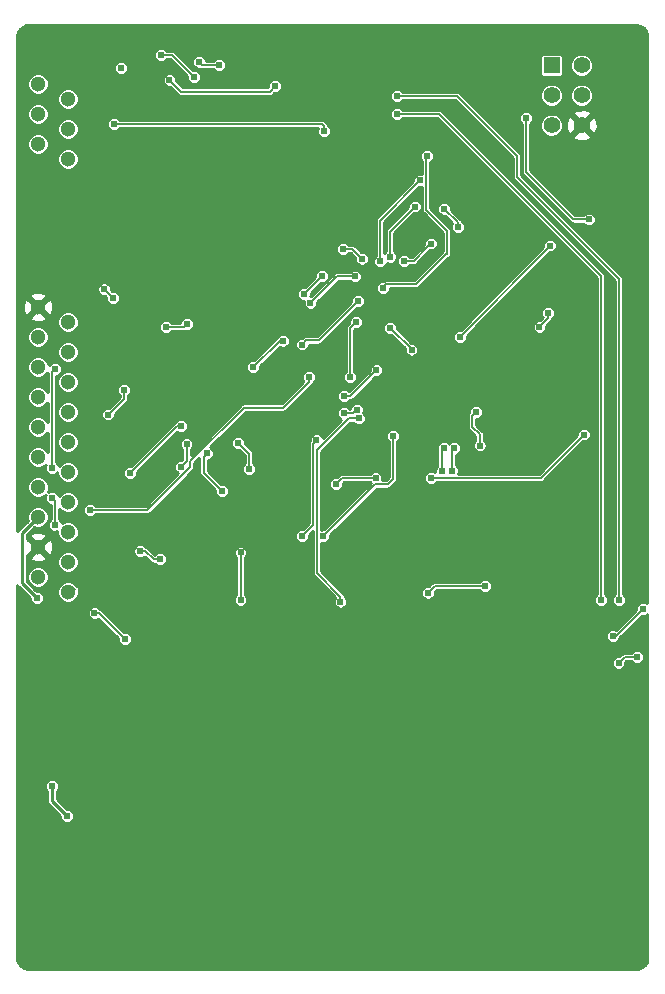
<source format=gbr>
G04 #@! TF.GenerationSoftware,KiCad,Pcbnew,(5.0.1)-4*
G04 #@! TF.CreationDate,2019-05-18T18:43:15-06:00*
G04 #@! TF.ProjectId,Brakelight_Shutdown_BSPD,4272616B656C696768745F5368757464,rev?*
G04 #@! TF.SameCoordinates,Original*
G04 #@! TF.FileFunction,Copper,L2,Bot,Signal*
G04 #@! TF.FilePolarity,Positive*
%FSLAX46Y46*%
G04 Gerber Fmt 4.6, Leading zero omitted, Abs format (unit mm)*
G04 Created by KiCad (PCBNEW (5.0.1)-4) date 5/18/2019 6:43:15 PM*
%MOMM*%
%LPD*%
G01*
G04 APERTURE LIST*
G04 #@! TA.AperFunction,ComponentPad*
%ADD10C,1.300000*%
G04 #@! TD*
G04 #@! TA.AperFunction,ComponentPad*
%ADD11R,1.400000X1.400000*%
G04 #@! TD*
G04 #@! TA.AperFunction,ComponentPad*
%ADD12C,1.400000*%
G04 #@! TD*
G04 #@! TA.AperFunction,ViaPad*
%ADD13C,0.609600*%
G04 #@! TD*
G04 #@! TA.AperFunction,ViaPad*
%ADD14C,0.800000*%
G04 #@! TD*
G04 #@! TA.AperFunction,Conductor*
%ADD15C,0.250000*%
G04 #@! TD*
G04 #@! TA.AperFunction,Conductor*
%ADD16C,0.381000*%
G04 #@! TD*
G04 #@! TA.AperFunction,Conductor*
%ADD17C,0.254000*%
G04 #@! TD*
G04 #@! TA.AperFunction,Conductor*
%ADD18C,0.152400*%
G04 #@! TD*
G04 APERTURE END LIST*
D10*
G04 #@! TO.P,J2,5*
G04 #@! TO.N,Net-(J2-Pad5)*
X162661600Y-76301600D03*
G04 #@! TO.P,J2,3*
G04 #@! TO.N,/BSPD_Relay*
X162661600Y-73761600D03*
G04 #@! TO.P,J2,1*
G04 #@! TO.N,GND*
X162661600Y-71221600D03*
G04 #@! TO.P,J2,7*
G04 #@! TO.N,/CAN_low*
X162661600Y-78841600D03*
G04 #@! TO.P,J2,2*
G04 #@! TO.N,+12V*
X165201600Y-72491600D03*
G04 #@! TO.P,J2,4*
G04 #@! TO.N,Net-(J2-Pad4)*
X165201600Y-75031600D03*
G04 #@! TO.P,J2,6*
G04 #@! TO.N,/CAN_high*
X165201600Y-77571600D03*
G04 #@! TO.P,J2,8*
G04 #@! TO.N,VCC*
X165201600Y-80111600D03*
G04 #@! TO.P,J2,9*
G04 #@! TO.N,/MISO*
X162661600Y-81381600D03*
G04 #@! TO.P,J2,10*
G04 #@! TO.N,/MOSI*
X165201600Y-82651600D03*
G04 #@! TO.P,J2,11*
G04 #@! TO.N,/SCK*
X162661600Y-83921600D03*
G04 #@! TO.P,J2,12*
G04 #@! TO.N,/RESET*
X165201600Y-85191600D03*
G04 #@! TO.P,J2,13*
G04 #@! TO.N,/Cooling_Pump_LSD*
X162661600Y-86461600D03*
G04 #@! TO.P,J2,14*
G04 #@! TO.N,/Brakelight_LSD*
X165201600Y-87731600D03*
G04 #@! TO.P,J2,15*
G04 #@! TO.N,VCC*
X162661600Y-89001600D03*
G04 #@! TO.P,J2,16*
G04 #@! TO.N,/Brake_Pressure_Sense*
X165201600Y-90271600D03*
G04 #@! TO.P,J2,17*
G04 #@! TO.N,GND*
X162661600Y-91541600D03*
G04 #@! TO.P,J2,18*
G04 #@! TO.N,/BSPD_Current_Sense*
X165201600Y-92811600D03*
G04 #@! TO.P,J2,19*
G04 #@! TO.N,/RJ45_LED1*
X162661600Y-94081600D03*
G04 #@! TO.P,J2,20*
G04 #@! TO.N,/RJ45_LED2*
X165201600Y-95351600D03*
G04 #@! TD*
G04 #@! TO.P,J1,5*
G04 #@! TO.N,/BSPD_Current_Sense*
X162661600Y-57404000D03*
G04 #@! TO.P,J1,3*
G04 #@! TO.N,/Shutdown_Sense_BSPD*
X162661600Y-54864000D03*
G04 #@! TO.P,J1,1*
G04 #@! TO.N,/Shutdown_Sense_GLVMS*
X162661600Y-52324000D03*
G04 #@! TO.P,J1,2*
G04 #@! TO.N,/Shutdown_Sense_Estop*
X165201600Y-53594000D03*
G04 #@! TO.P,J1,4*
G04 #@! TO.N,/Shutdown_Sense_TSMS*
X165201600Y-56134000D03*
G04 #@! TO.P,J1,6*
G04 #@! TO.N,Net-(J1-Pad6)*
X165201600Y-58674000D03*
G04 #@! TD*
D11*
G04 #@! TO.P,J3,1*
G04 #@! TO.N,/MISO*
X206146400Y-50749200D03*
D12*
G04 #@! TO.P,J3,2*
G04 #@! TO.N,VCC*
X208686400Y-50749200D03*
G04 #@! TO.P,J3,3*
G04 #@! TO.N,/SCK*
X206146400Y-53289200D03*
G04 #@! TO.P,J3,4*
G04 #@! TO.N,/MOSI*
X208686400Y-53289200D03*
G04 #@! TO.P,J3,5*
G04 #@! TO.N,/RESET*
X206146400Y-55829200D03*
G04 #@! TO.P,J3,6*
G04 #@! TO.N,GND*
X208686400Y-55829200D03*
G04 #@! TD*
D13*
G04 #@! TO.N,GND*
X169570400Y-89357200D03*
X181254400Y-80467200D03*
X182714900Y-86309200D03*
X188112400Y-92849700D03*
X183984900Y-90436700D03*
X192874900Y-80467200D03*
X182041800Y-74015600D03*
X172847000Y-91389200D03*
X175971200Y-91287600D03*
X202082400Y-58674000D03*
X194741800Y-70205600D03*
X209143600Y-74980800D03*
X208407000Y-90398600D03*
X205181200Y-78486000D03*
X201625200Y-92760800D03*
X169976800Y-60096400D03*
X176326800Y-58978800D03*
X182626000Y-59080400D03*
X188823600Y-59385200D03*
X193192400Y-60401200D03*
X208280000Y-105410000D03*
X208280000Y-109220000D03*
X208280000Y-114300000D03*
X208280000Y-119380000D03*
D14*
X198645780Y-115638580D03*
X198610220Y-112303560D03*
X198645780Y-120474740D03*
X198645780Y-118374160D03*
X179331620Y-103444040D03*
X176502060Y-103431340D03*
X173532800Y-103469440D03*
X170378120Y-103469440D03*
X170314620Y-105267760D03*
X170301920Y-108148120D03*
X195780660Y-121828560D03*
D13*
X191516000Y-123063000D03*
X179324000Y-73660000D03*
X168910000Y-75692000D03*
X172212000Y-78232000D03*
X175514000Y-75184000D03*
X173228000Y-68834000D03*
X167132000Y-82042000D03*
G04 #@! TO.N,VCC*
X176989948Y-83617595D03*
X178257200Y-86817200D03*
X199720200Y-80137000D03*
X200046571Y-82952571D03*
X194589400Y-62712600D03*
X192455800Y-72974200D03*
X194284600Y-74828400D03*
X205841600Y-71704200D03*
X205117229Y-72885771D03*
X192455800Y-66979800D03*
X179806600Y-91998800D03*
X179806600Y-96012000D03*
X165100000Y-114300000D03*
X163830000Y-111760000D03*
X162560000Y-95885000D03*
X168278829Y-69726829D03*
X169033171Y-70481171D03*
X168595179Y-80324821D03*
X169926000Y-78232000D03*
G04 #@! TO.N,/MISO*
X195580000Y-58420000D03*
X189611000Y-72466200D03*
X191846200Y-69596000D03*
X189088588Y-77176188D03*
G04 #@! TO.N,/SCK*
X208864200Y-82016600D03*
X191236600Y-85674200D03*
X187909200Y-86182200D03*
X179587229Y-82711629D03*
X180517800Y-84912200D03*
X195935600Y-85674200D03*
X209296000Y-63804800D03*
X203962000Y-55219600D03*
G04 #@! TO.N,Net-(C2-Pad1)*
X188264800Y-96164400D03*
X189816185Y-80654598D03*
G04 #@! TO.N,Net-(D7-Pad2)*
X213893400Y-96774000D03*
X211328000Y-99060000D03*
G04 #@! TO.N,Net-(D8-Pad2)*
X193040000Y-54864000D03*
X210312000Y-96012000D03*
G04 #@! TO.N,Net-(D9-Pad2)*
X213360000Y-100838000D03*
X211810600Y-101346000D03*
G04 #@! TO.N,Net-(D10-Pad2)*
X193040000Y-53340000D03*
X211836000Y-96012000D03*
G04 #@! TO.N,/MOSI*
X188569600Y-78765400D03*
X191312800Y-76553998D03*
X198374000Y-73736200D03*
X206019400Y-66014600D03*
G04 #@! TO.N,/Brake_Pressure_Sense*
X189661800Y-79908400D03*
X171323000Y-91897200D03*
X172999400Y-92583000D03*
X184988200Y-90627200D03*
X188544200Y-80213200D03*
X186232800Y-82499200D03*
X163830000Y-84836000D03*
X163830000Y-87376000D03*
X164084000Y-89662000D03*
X164084000Y-76454000D03*
G04 #@! TO.N,Net-(IC1-Pad23)*
X196824600Y-85140800D03*
X197027800Y-83159600D03*
G04 #@! TO.N,Net-(IC1-Pad24)*
X197713600Y-85090000D03*
X197891400Y-83185000D03*
G04 #@! TO.N,/RESET*
X175234600Y-82804000D03*
X174777400Y-84734400D03*
X194995800Y-60502800D03*
X191592200Y-67360800D03*
X189738000Y-70739000D03*
X184988200Y-74396600D03*
G04 #@! TO.N,/Brakelight_Gate*
X185166000Y-70104000D03*
X186690000Y-68580000D03*
X188468000Y-66294000D03*
X190110854Y-67124054D03*
G04 #@! TO.N,/Shutdown_Sense_TSMS*
X186893200Y-56337200D03*
X169062400Y-55727600D03*
G04 #@! TO.N,/Shutdown_Sense_BSPD*
X177952400Y-50749200D03*
X176276000Y-50444400D03*
X169672000Y-51003200D03*
G04 #@! TO.N,/Shutdown_Sense_GLVMS*
X175869600Y-51765200D03*
X173075600Y-49885600D03*
G04 #@! TO.N,/Shutdown_Sense_Estop*
X182727600Y-52527200D03*
X173786800Y-52019200D03*
G04 #@! TO.N,/BSPD_Relay*
X200507600Y-94818200D03*
X195656200Y-95402400D03*
G04 #@! TO.N,/Brakelight_LSD*
X183413400Y-74066400D03*
X174767200Y-81280000D03*
X180848000Y-76327000D03*
X170434000Y-85267800D03*
G04 #@! TO.N,/RJ45_LED2*
X170002200Y-99339400D03*
X167436800Y-97129600D03*
G04 #@! TO.N,/BSPD_Current_Sense*
X197053200Y-62890400D03*
X198196200Y-64465200D03*
X186817000Y-90627200D03*
X193624200Y-67310000D03*
X192735200Y-82118200D03*
X195935600Y-65852000D03*
G04 #@! TO.N,/Cooling_Pump_LSD*
X185724800Y-70891400D03*
X189509400Y-68630800D03*
X189509400Y-68630800D03*
X185572400Y-77165200D03*
X167030400Y-88392000D03*
G04 #@! TO.N,Net-(U4-Pad1)*
X173482000Y-72898000D03*
X175260000Y-72644000D03*
G04 #@! TD*
D15*
G04 #@! TO.N,GND*
X198610220Y-112303560D02*
X198610220Y-115603020D01*
X198610220Y-115603020D02*
X198645780Y-115638580D01*
X198645780Y-119909055D02*
X198648320Y-119906515D01*
X198645780Y-120474740D02*
X198645780Y-119909055D01*
X198648320Y-118376700D02*
X198645780Y-118374160D01*
X198648320Y-119906515D02*
X198648320Y-118376700D01*
D16*
X179331620Y-103444040D02*
X176514760Y-103444040D01*
X176514760Y-103444040D02*
X176502060Y-103431340D01*
X173532800Y-103469440D02*
X172967115Y-103469440D01*
X172967115Y-103469440D02*
X170378120Y-103469440D01*
X170314620Y-105267760D02*
X170314620Y-108135420D01*
X170314620Y-108135420D02*
X170301920Y-108148120D01*
D15*
X194975480Y-121828560D02*
X195780660Y-121828560D01*
D17*
X194045839Y-122758201D02*
X194975480Y-121828560D01*
X191820799Y-122758201D02*
X194045839Y-122758201D01*
X191516000Y-123063000D02*
X191820799Y-122758201D01*
D18*
G04 #@! TO.N,VCC*
X176685149Y-85245149D02*
X178257200Y-86817200D01*
X176989948Y-83617595D02*
X176685149Y-83922394D01*
X176685149Y-83922394D02*
X176685149Y-85245149D01*
X199415401Y-80441799D02*
X199415401Y-81381599D01*
X199720200Y-80137000D02*
X199415401Y-80441799D01*
X199415401Y-81381599D02*
X200046571Y-82012769D01*
X200046571Y-82012769D02*
X200046571Y-82952571D01*
X192455800Y-72974200D02*
X194284600Y-74803000D01*
X194284600Y-74803000D02*
X194284600Y-74828400D01*
X205841600Y-71704200D02*
X205841600Y-72161400D01*
X205841600Y-72161400D02*
X205117229Y-72885771D01*
X192455800Y-64846200D02*
X194589400Y-62712600D01*
X192455800Y-66979800D02*
X192455800Y-64846200D01*
X179806600Y-91998800D02*
X179806600Y-96012000D01*
D17*
X165100000Y-114300000D02*
X163830000Y-113030000D01*
X163830000Y-113030000D02*
X163830000Y-111760000D01*
X162560000Y-95885000D02*
X161290000Y-94615000D01*
X161290000Y-90373200D02*
X162661600Y-89001600D01*
X161290000Y-94615000D02*
X161290000Y-90373200D01*
D18*
X168278829Y-69726829D02*
X169033171Y-70481171D01*
X168595179Y-80324821D02*
X169926000Y-78994000D01*
X169926000Y-78994000D02*
X169926000Y-78232000D01*
G04 #@! TO.N,/MISO*
X195529201Y-63015367D02*
X197280471Y-64766637D01*
X195529201Y-58470799D02*
X195529201Y-63015367D01*
X195580000Y-58420000D02*
X195529201Y-58470799D01*
X192150999Y-69291201D02*
X194638870Y-69291201D01*
X194638870Y-69291201D02*
X197280471Y-66649600D01*
X191846200Y-69596000D02*
X192150999Y-69291201D01*
X197280471Y-64766637D02*
X197280471Y-66649600D01*
X197280471Y-66649600D02*
X197280471Y-66701729D01*
X189088588Y-72988612D02*
X189611000Y-72466200D01*
X189088588Y-77176188D02*
X189088588Y-72988612D01*
G04 #@! TO.N,/SCK*
X208864200Y-82016600D02*
X205206599Y-85674201D01*
X191236600Y-85674200D02*
X188417200Y-85674200D01*
X188417200Y-85674200D02*
X187909200Y-86182200D01*
X179587229Y-82711629D02*
X180517800Y-83642200D01*
X180517800Y-83642200D02*
X180517800Y-84912200D01*
X196366653Y-85674201D02*
X205206599Y-85674201D01*
X195935600Y-85674200D02*
X196366653Y-85674201D01*
X209296000Y-63804800D02*
X207975200Y-63804800D01*
X207975200Y-63804800D02*
X203962000Y-59791600D01*
X203962000Y-59791600D02*
X203962000Y-55219600D01*
G04 #@! TO.N,Net-(C2-Pad1)*
X186283599Y-84455001D02*
X186283599Y-83337401D01*
X186283599Y-83337401D02*
X188966402Y-80654598D01*
X188966402Y-80654598D02*
X189816185Y-80654598D01*
X186283599Y-93752147D02*
X186283599Y-93751400D01*
X188264800Y-95733348D02*
X186283599Y-93752147D01*
X188264800Y-96164400D02*
X188264800Y-95733348D01*
X186283599Y-93751400D02*
X186283599Y-84455001D01*
G04 #@! TO.N,Net-(D7-Pad2)*
X213893400Y-96774000D02*
X211607400Y-99060000D01*
X211607400Y-99060000D02*
X211328000Y-99060000D01*
G04 #@! TO.N,Net-(D8-Pad2)*
X193040000Y-54864000D02*
X196596000Y-54864000D01*
X196596000Y-54864000D02*
X210312000Y-68580000D01*
X210312000Y-68580000D02*
X210312000Y-96012000D01*
G04 #@! TO.N,Net-(D9-Pad2)*
X213360000Y-100838000D02*
X212318600Y-100838000D01*
X212318600Y-100838000D02*
X211810600Y-101346000D01*
G04 #@! TO.N,Net-(D10-Pad2)*
X193040000Y-53340000D02*
X198120000Y-53340000D01*
X198120000Y-53340000D02*
X203200000Y-58420000D01*
X203200000Y-58420000D02*
X203200000Y-60198000D01*
X203200000Y-60198000D02*
X211836000Y-68834000D01*
X211836000Y-68834000D02*
X211836000Y-96012000D01*
G04 #@! TO.N,/MOSI*
X189000652Y-78765400D02*
X189026052Y-78740000D01*
X188569600Y-78765400D02*
X189000652Y-78765400D01*
X189000652Y-78765400D02*
X189101398Y-78765400D01*
X189101398Y-78765400D02*
X191312800Y-76553998D01*
X198374000Y-73736200D02*
X206019400Y-66090800D01*
X206019400Y-66090800D02*
X206019400Y-66014600D01*
G04 #@! TO.N,/Brake_Pressure_Sense*
X189661800Y-79908400D02*
X189357001Y-80213199D01*
X171754052Y-91897200D02*
X172439852Y-92583000D01*
X171323000Y-91897200D02*
X171754052Y-91897200D01*
X172439852Y-92583000D02*
X172999400Y-92583000D01*
X184988200Y-90627200D02*
X185699400Y-89916000D01*
X189357001Y-80213199D02*
X188544201Y-80213199D01*
X188544201Y-80213199D02*
X188544200Y-80213200D01*
X185928001Y-82803999D02*
X185928001Y-89687399D01*
X185928001Y-89687399D02*
X185699400Y-89916000D01*
X186232800Y-82499200D02*
X185928001Y-82803999D01*
X164084000Y-87630000D02*
X163830000Y-87376000D01*
X163830000Y-84836000D02*
X163830000Y-82804000D01*
X164084000Y-89662000D02*
X164084000Y-87630000D01*
X163830000Y-82804000D02*
X163830000Y-79502000D01*
X163830000Y-79502000D02*
X163830000Y-76708000D01*
X163830000Y-76708000D02*
X164084000Y-76454000D01*
G04 #@! TO.N,Net-(IC1-Pad23)*
X196824600Y-85140800D02*
X196824600Y-83362800D01*
X196824600Y-83362800D02*
X197027800Y-83159600D01*
G04 #@! TO.N,Net-(IC1-Pad24)*
X197713600Y-85090000D02*
X197713600Y-83362800D01*
X197713600Y-83362800D02*
X197891400Y-83185000D01*
G04 #@! TO.N,/RESET*
X175234600Y-82804000D02*
X175234600Y-83235052D01*
X175234600Y-83235052D02*
X175234600Y-84277200D01*
X175234600Y-84277200D02*
X174777400Y-84734400D01*
X194995800Y-60502800D02*
X191592200Y-63906400D01*
X191592200Y-63906400D02*
X191592200Y-67360800D01*
X189738000Y-70739000D02*
X186436000Y-74041000D01*
X186436000Y-74041000D02*
X185343800Y-74041000D01*
X185343800Y-74041000D02*
X184988200Y-74396600D01*
G04 #@! TO.N,/Brakelight_Gate*
X185166000Y-70104000D02*
X186690000Y-68580000D01*
X188468000Y-66294000D02*
X189280800Y-66294000D01*
X189280800Y-66294000D02*
X190110854Y-67124054D01*
G04 #@! TO.N,/Shutdown_Sense_TSMS*
X186893200Y-55906148D02*
X186714652Y-55727600D01*
X186893200Y-56337200D02*
X186893200Y-55906148D01*
X186714652Y-55727600D02*
X169062400Y-55727600D01*
G04 #@! TO.N,/Shutdown_Sense_BSPD*
X177952400Y-50749200D02*
X176580800Y-50749200D01*
X176580800Y-50749200D02*
X176276000Y-50444400D01*
G04 #@! TO.N,/Shutdown_Sense_GLVMS*
X173990000Y-49885600D02*
X175869600Y-51765200D01*
X173990000Y-49885600D02*
X173075600Y-49885600D01*
G04 #@! TO.N,/Shutdown_Sense_Estop*
X182727600Y-52527200D02*
X182270400Y-52984400D01*
X182270400Y-52984400D02*
X174752000Y-52984400D01*
X174752000Y-52984400D02*
X173786800Y-52019200D01*
G04 #@! TO.N,/BSPD_Relay*
X200507600Y-94818200D02*
X196240400Y-94818200D01*
X196240400Y-94818200D02*
X195656200Y-95402400D01*
G04 #@! TO.N,/Brakelight_LSD*
X183108600Y-74066400D02*
X183413400Y-74066400D01*
X180848000Y-76327000D02*
X183108600Y-74066400D01*
X174421800Y-81280000D02*
X174767200Y-81280000D01*
X170434000Y-85267800D02*
X174421800Y-81280000D01*
G04 #@! TO.N,/RJ45_LED2*
X165798500Y-95135700D02*
X165569900Y-95135700D01*
X170002200Y-99339400D02*
X167792400Y-97129600D01*
X167792400Y-97129600D02*
X167436800Y-97129600D01*
G04 #@! TO.N,/BSPD_Current_Sense*
X197053200Y-62890400D02*
X198196200Y-64033400D01*
X198196200Y-64033400D02*
X198196200Y-64465200D01*
X191211200Y-86233000D02*
X186817000Y-90627200D01*
X192735200Y-85749652D02*
X192251852Y-86233000D01*
X192251852Y-86233000D02*
X191211200Y-86233000D01*
X192735200Y-85318600D02*
X192735200Y-85749652D01*
X193624200Y-67310000D02*
X194459740Y-67310000D01*
X192735200Y-85318600D02*
X192735200Y-82118200D01*
X195612941Y-66156799D02*
X194459740Y-67310000D01*
X195630801Y-66156799D02*
X195612941Y-66156799D01*
X195935600Y-65852000D02*
X195630801Y-66156799D01*
G04 #@! TO.N,/Cooling_Pump_LSD*
X185724800Y-70891400D02*
X187985400Y-68630800D01*
X187985400Y-68630800D02*
X189509400Y-68630800D01*
X185572400Y-77596252D02*
X183436543Y-79732109D01*
X185572400Y-77165200D02*
X185572400Y-77596252D01*
X171906933Y-88394301D02*
X175539409Y-84761825D01*
X175539409Y-84761825D02*
X175539409Y-84278700D01*
X175539409Y-84278700D02*
X180086000Y-79732109D01*
X183436543Y-79732109D02*
X180086000Y-79732109D01*
X171906933Y-88394301D02*
X167032701Y-88394301D01*
X167032701Y-88394301D02*
X167030400Y-88392000D01*
G04 #@! TO.N,Net-(U4-Pad1)*
X173482000Y-72898000D02*
X175006000Y-72898000D01*
X175006000Y-72898000D02*
X175260000Y-72644000D01*
G04 #@! TD*
D17*
G04 #@! TO.N,GND*
G36*
X213662600Y-47428609D02*
X213928703Y-47582244D01*
X214126214Y-47817627D01*
X214237103Y-48122293D01*
X214250600Y-48276561D01*
X214250601Y-96305017D01*
X214224323Y-96278739D01*
X214009605Y-96189800D01*
X213777195Y-96189800D01*
X213562477Y-96278739D01*
X213398139Y-96443077D01*
X213309200Y-96657795D01*
X213309200Y-96855306D01*
X211617093Y-98547413D01*
X211444205Y-98475800D01*
X211211795Y-98475800D01*
X210997077Y-98564739D01*
X210832739Y-98729077D01*
X210743800Y-98943795D01*
X210743800Y-99176205D01*
X210832739Y-99390923D01*
X210997077Y-99555261D01*
X211211795Y-99644200D01*
X211444205Y-99644200D01*
X211658923Y-99555261D01*
X211823261Y-99390923D01*
X211850454Y-99325272D01*
X211863773Y-99316373D01*
X211883611Y-99286683D01*
X213812094Y-97358200D01*
X214009605Y-97358200D01*
X214224323Y-97269261D01*
X214250601Y-97242983D01*
X214250601Y-126331802D01*
X214191391Y-126667600D01*
X214037755Y-126933705D01*
X213802372Y-127131214D01*
X213497707Y-127242103D01*
X213343438Y-127255600D01*
X161831193Y-127255600D01*
X161495400Y-127196391D01*
X161229295Y-127042755D01*
X161031786Y-126807372D01*
X160920897Y-126502707D01*
X160907400Y-126348438D01*
X160907400Y-111643795D01*
X163245800Y-111643795D01*
X163245800Y-111876205D01*
X163334739Y-112090923D01*
X163423601Y-112179785D01*
X163423600Y-112989982D01*
X163415640Y-113030000D01*
X163423600Y-113070018D01*
X163423600Y-113070022D01*
X163447180Y-113188568D01*
X163537003Y-113322997D01*
X163570935Y-113345670D01*
X164515800Y-114290536D01*
X164515800Y-114416205D01*
X164604739Y-114630923D01*
X164769077Y-114795261D01*
X164983795Y-114884200D01*
X165216205Y-114884200D01*
X165430923Y-114795261D01*
X165595261Y-114630923D01*
X165684200Y-114416205D01*
X165684200Y-114183795D01*
X165595261Y-113969077D01*
X165430923Y-113804739D01*
X165216205Y-113715800D01*
X165090536Y-113715800D01*
X164236400Y-112861665D01*
X164236400Y-112179784D01*
X164325261Y-112090923D01*
X164414200Y-111876205D01*
X164414200Y-111643795D01*
X164325261Y-111429077D01*
X164160923Y-111264739D01*
X163946205Y-111175800D01*
X163713795Y-111175800D01*
X163499077Y-111264739D01*
X163334739Y-111429077D01*
X163245800Y-111643795D01*
X160907400Y-111643795D01*
X160907400Y-101229795D01*
X211226400Y-101229795D01*
X211226400Y-101462205D01*
X211315339Y-101676923D01*
X211479677Y-101841261D01*
X211694395Y-101930200D01*
X211926805Y-101930200D01*
X212141523Y-101841261D01*
X212305861Y-101676923D01*
X212394800Y-101462205D01*
X212394800Y-101264694D01*
X212465894Y-101193600D01*
X212889416Y-101193600D01*
X213029077Y-101333261D01*
X213243795Y-101422200D01*
X213476205Y-101422200D01*
X213690923Y-101333261D01*
X213855261Y-101168923D01*
X213944200Y-100954205D01*
X213944200Y-100721795D01*
X213855261Y-100507077D01*
X213690923Y-100342739D01*
X213476205Y-100253800D01*
X213243795Y-100253800D01*
X213029077Y-100342739D01*
X212889416Y-100482400D01*
X212353614Y-100482400D01*
X212318599Y-100475435D01*
X212283584Y-100482400D01*
X212283580Y-100482400D01*
X212179852Y-100503033D01*
X212062227Y-100581627D01*
X212042389Y-100611317D01*
X211891906Y-100761800D01*
X211694395Y-100761800D01*
X211479677Y-100850739D01*
X211315339Y-101015077D01*
X211226400Y-101229795D01*
X160907400Y-101229795D01*
X160907400Y-97013395D01*
X166852600Y-97013395D01*
X166852600Y-97245805D01*
X166941539Y-97460523D01*
X167105877Y-97624861D01*
X167320595Y-97713800D01*
X167553005Y-97713800D01*
X167767723Y-97624861D01*
X167776245Y-97616339D01*
X169418000Y-99258094D01*
X169418000Y-99455605D01*
X169506939Y-99670323D01*
X169671277Y-99834661D01*
X169885995Y-99923600D01*
X170118405Y-99923600D01*
X170333123Y-99834661D01*
X170497461Y-99670323D01*
X170586400Y-99455605D01*
X170586400Y-99223195D01*
X170497461Y-99008477D01*
X170333123Y-98844139D01*
X170118405Y-98755200D01*
X169920894Y-98755200D01*
X168068611Y-96902917D01*
X168048773Y-96873227D01*
X167931148Y-96794633D01*
X167927240Y-96793856D01*
X167767723Y-96634339D01*
X167553005Y-96545400D01*
X167320595Y-96545400D01*
X167105877Y-96634339D01*
X166941539Y-96798677D01*
X166852600Y-97013395D01*
X160907400Y-97013395D01*
X160907400Y-94773897D01*
X160997003Y-94907997D01*
X161030935Y-94930670D01*
X161975800Y-95875536D01*
X161975800Y-96001205D01*
X162064739Y-96215923D01*
X162229077Y-96380261D01*
X162443795Y-96469200D01*
X162676205Y-96469200D01*
X162890923Y-96380261D01*
X163055261Y-96215923D01*
X163144200Y-96001205D01*
X163144200Y-95768795D01*
X163055261Y-95554077D01*
X162890923Y-95389739D01*
X162676205Y-95300800D01*
X162550536Y-95300800D01*
X162416467Y-95166731D01*
X164272200Y-95166731D01*
X164272200Y-95536469D01*
X164413693Y-95878063D01*
X164675137Y-96139507D01*
X165016731Y-96281000D01*
X165386469Y-96281000D01*
X165728063Y-96139507D01*
X165989507Y-95878063D01*
X166131000Y-95536469D01*
X166131000Y-95278140D01*
X166133467Y-95274448D01*
X166161066Y-95135700D01*
X166133467Y-94996952D01*
X166054873Y-94879327D01*
X165995529Y-94839675D01*
X165989507Y-94825137D01*
X165728063Y-94563693D01*
X165386469Y-94422200D01*
X165016731Y-94422200D01*
X164675137Y-94563693D01*
X164413693Y-94825137D01*
X164272200Y-95166731D01*
X162416467Y-95166731D01*
X161696400Y-94446665D01*
X161696400Y-93896731D01*
X161732200Y-93896731D01*
X161732200Y-94266469D01*
X161873693Y-94608063D01*
X162135137Y-94869507D01*
X162476731Y-95011000D01*
X162846469Y-95011000D01*
X163188063Y-94869507D01*
X163449507Y-94608063D01*
X163591000Y-94266469D01*
X163591000Y-93896731D01*
X163449507Y-93555137D01*
X163188063Y-93293693D01*
X162846469Y-93152200D01*
X162476731Y-93152200D01*
X162135137Y-93293693D01*
X161873693Y-93555137D01*
X161732200Y-93896731D01*
X161696400Y-93896731D01*
X161696400Y-92440616D01*
X161942190Y-92440616D01*
X161997871Y-92671211D01*
X162480678Y-92839222D01*
X162991028Y-92809683D01*
X163325329Y-92671211D01*
X163336069Y-92626731D01*
X164272200Y-92626731D01*
X164272200Y-92996469D01*
X164413693Y-93338063D01*
X164675137Y-93599507D01*
X165016731Y-93741000D01*
X165386469Y-93741000D01*
X165728063Y-93599507D01*
X165989507Y-93338063D01*
X166131000Y-92996469D01*
X166131000Y-92626731D01*
X165989507Y-92285137D01*
X165728063Y-92023693D01*
X165386469Y-91882200D01*
X165016731Y-91882200D01*
X164675137Y-92023693D01*
X164413693Y-92285137D01*
X164272200Y-92626731D01*
X163336069Y-92626731D01*
X163381010Y-92440616D01*
X162661600Y-91721205D01*
X161942190Y-92440616D01*
X161696400Y-92440616D01*
X161696400Y-92245029D01*
X161762584Y-92261010D01*
X162481995Y-91541600D01*
X162841205Y-91541600D01*
X163560616Y-92261010D01*
X163791211Y-92205329D01*
X163938874Y-91780995D01*
X170738800Y-91780995D01*
X170738800Y-92013405D01*
X170827739Y-92228123D01*
X170992077Y-92392461D01*
X171206795Y-92481400D01*
X171439205Y-92481400D01*
X171653923Y-92392461D01*
X171700171Y-92346213D01*
X172163643Y-92809686D01*
X172183479Y-92839373D01*
X172213166Y-92859209D01*
X172213167Y-92859210D01*
X172301104Y-92917967D01*
X172439852Y-92945566D01*
X172474872Y-92938600D01*
X172528816Y-92938600D01*
X172668477Y-93078261D01*
X172883195Y-93167200D01*
X173115605Y-93167200D01*
X173330323Y-93078261D01*
X173494661Y-92913923D01*
X173583600Y-92699205D01*
X173583600Y-92466795D01*
X173494661Y-92252077D01*
X173330323Y-92087739D01*
X173115605Y-91998800D01*
X172883195Y-91998800D01*
X172668477Y-92087739D01*
X172557981Y-92198235D01*
X172242341Y-91882595D01*
X179222400Y-91882595D01*
X179222400Y-92115005D01*
X179311339Y-92329723D01*
X179451000Y-92469384D01*
X179451001Y-95541415D01*
X179311339Y-95681077D01*
X179222400Y-95895795D01*
X179222400Y-96128205D01*
X179311339Y-96342923D01*
X179475677Y-96507261D01*
X179690395Y-96596200D01*
X179922805Y-96596200D01*
X180137523Y-96507261D01*
X180301861Y-96342923D01*
X180390800Y-96128205D01*
X180390800Y-95895795D01*
X180301861Y-95681077D01*
X180162200Y-95541416D01*
X180162200Y-92469384D01*
X180301861Y-92329723D01*
X180390800Y-92115005D01*
X180390800Y-91882595D01*
X180301861Y-91667877D01*
X180137523Y-91503539D01*
X179922805Y-91414600D01*
X179690395Y-91414600D01*
X179475677Y-91503539D01*
X179311339Y-91667877D01*
X179222400Y-91882595D01*
X172242341Y-91882595D01*
X172030263Y-91670517D01*
X172010425Y-91640827D01*
X171892800Y-91562233D01*
X171794704Y-91542720D01*
X171653923Y-91401939D01*
X171439205Y-91313000D01*
X171206795Y-91313000D01*
X170992077Y-91401939D01*
X170827739Y-91566277D01*
X170738800Y-91780995D01*
X163938874Y-91780995D01*
X163959222Y-91722522D01*
X163929683Y-91212172D01*
X163791211Y-90877871D01*
X163560616Y-90822190D01*
X162841205Y-91541600D01*
X162481995Y-91541600D01*
X161762584Y-90822190D01*
X161696400Y-90838171D01*
X161696400Y-90642584D01*
X161942190Y-90642584D01*
X162661600Y-91361995D01*
X163381010Y-90642584D01*
X163325329Y-90411989D01*
X162842522Y-90243978D01*
X162332172Y-90273517D01*
X161997871Y-90411989D01*
X161942190Y-90642584D01*
X161696400Y-90642584D01*
X161696400Y-90541535D01*
X162356668Y-89881268D01*
X162476731Y-89931000D01*
X162846469Y-89931000D01*
X163188063Y-89789507D01*
X163449507Y-89528063D01*
X163591000Y-89186469D01*
X163591000Y-88816731D01*
X163449507Y-88475137D01*
X163188063Y-88213693D01*
X162846469Y-88072200D01*
X162476731Y-88072200D01*
X162135137Y-88213693D01*
X161873693Y-88475137D01*
X161732200Y-88816731D01*
X161732200Y-89186469D01*
X161781932Y-89306532D01*
X161030933Y-90057532D01*
X160997004Y-90080203D01*
X160974333Y-90114132D01*
X160974332Y-90114133D01*
X160907400Y-90214303D01*
X160907400Y-86276731D01*
X161732200Y-86276731D01*
X161732200Y-86646469D01*
X161873693Y-86988063D01*
X162135137Y-87249507D01*
X162476731Y-87391000D01*
X162846469Y-87391000D01*
X163188063Y-87249507D01*
X163293901Y-87143669D01*
X163245800Y-87259795D01*
X163245800Y-87492205D01*
X163334739Y-87706923D01*
X163499077Y-87871261D01*
X163713795Y-87960200D01*
X163728401Y-87960200D01*
X163728400Y-89191416D01*
X163588739Y-89331077D01*
X163499800Y-89545795D01*
X163499800Y-89778205D01*
X163588739Y-89992923D01*
X163753077Y-90157261D01*
X163967795Y-90246200D01*
X164200205Y-90246200D01*
X164272200Y-90216379D01*
X164272200Y-90456469D01*
X164413693Y-90798063D01*
X164675137Y-91059507D01*
X165016731Y-91201000D01*
X165386469Y-91201000D01*
X165728063Y-91059507D01*
X165989507Y-90798063D01*
X166108414Y-90510995D01*
X184404000Y-90510995D01*
X184404000Y-90743405D01*
X184492939Y-90958123D01*
X184657277Y-91122461D01*
X184871995Y-91211400D01*
X185104405Y-91211400D01*
X185319123Y-91122461D01*
X185483461Y-90958123D01*
X185572400Y-90743405D01*
X185572400Y-90545894D01*
X185927999Y-90190296D01*
X185927999Y-93717127D01*
X185921033Y-93752147D01*
X185927999Y-93787166D01*
X185948632Y-93890894D01*
X186027226Y-94008519D01*
X186056914Y-94028356D01*
X187815787Y-95787229D01*
X187769539Y-95833477D01*
X187680600Y-96048195D01*
X187680600Y-96280605D01*
X187769539Y-96495323D01*
X187933877Y-96659661D01*
X188148595Y-96748600D01*
X188381005Y-96748600D01*
X188595723Y-96659661D01*
X188760061Y-96495323D01*
X188849000Y-96280605D01*
X188849000Y-96048195D01*
X188760061Y-95833477D01*
X188619280Y-95692696D01*
X188599767Y-95594600D01*
X188521173Y-95476975D01*
X188491483Y-95457137D01*
X188320541Y-95286195D01*
X195072000Y-95286195D01*
X195072000Y-95518605D01*
X195160939Y-95733323D01*
X195325277Y-95897661D01*
X195539995Y-95986600D01*
X195772405Y-95986600D01*
X195987123Y-95897661D01*
X196151461Y-95733323D01*
X196240400Y-95518605D01*
X196240400Y-95321094D01*
X196387694Y-95173800D01*
X200037016Y-95173800D01*
X200176677Y-95313461D01*
X200391395Y-95402400D01*
X200623805Y-95402400D01*
X200838523Y-95313461D01*
X201002861Y-95149123D01*
X201091800Y-94934405D01*
X201091800Y-94701995D01*
X201002861Y-94487277D01*
X200838523Y-94322939D01*
X200623805Y-94234000D01*
X200391395Y-94234000D01*
X200176677Y-94322939D01*
X200037016Y-94462600D01*
X196275420Y-94462600D01*
X196240400Y-94455634D01*
X196205380Y-94462600D01*
X196101652Y-94483233D01*
X195984027Y-94561827D01*
X195964189Y-94591517D01*
X195737506Y-94818200D01*
X195539995Y-94818200D01*
X195325277Y-94907139D01*
X195160939Y-95071477D01*
X195072000Y-95286195D01*
X188320541Y-95286195D01*
X186639199Y-93604853D01*
X186639199Y-91185886D01*
X186700795Y-91211400D01*
X186933205Y-91211400D01*
X187147923Y-91122461D01*
X187312261Y-90958123D01*
X187401200Y-90743405D01*
X187401200Y-90545894D01*
X191358494Y-86588600D01*
X192216832Y-86588600D01*
X192251852Y-86595566D01*
X192286872Y-86588600D01*
X192390600Y-86567967D01*
X192508225Y-86489373D01*
X192528063Y-86459683D01*
X192961883Y-86025863D01*
X192991573Y-86006025D01*
X193070167Y-85888400D01*
X193090800Y-85784672D01*
X193090800Y-85784668D01*
X193097765Y-85749653D01*
X193090800Y-85714638D01*
X193090800Y-85557995D01*
X195351400Y-85557995D01*
X195351400Y-85790405D01*
X195440339Y-86005123D01*
X195604677Y-86169461D01*
X195819395Y-86258400D01*
X196051805Y-86258400D01*
X196266523Y-86169461D01*
X196406183Y-86029801D01*
X205171579Y-86029801D01*
X205206599Y-86036767D01*
X205241619Y-86029801D01*
X205345347Y-86009168D01*
X205462972Y-85930574D01*
X205482810Y-85900884D01*
X208782895Y-82600800D01*
X208980405Y-82600800D01*
X209195123Y-82511861D01*
X209359461Y-82347523D01*
X209448400Y-82132805D01*
X209448400Y-81900395D01*
X209359461Y-81685677D01*
X209195123Y-81521339D01*
X208980405Y-81432400D01*
X208747995Y-81432400D01*
X208533277Y-81521339D01*
X208368939Y-81685677D01*
X208280000Y-81900395D01*
X208280000Y-82097905D01*
X205059305Y-85318601D01*
X198251244Y-85318601D01*
X198297800Y-85206205D01*
X198297800Y-84973795D01*
X198208861Y-84759077D01*
X198069200Y-84619416D01*
X198069200Y-83743687D01*
X198222323Y-83680261D01*
X198386661Y-83515923D01*
X198475600Y-83301205D01*
X198475600Y-83068795D01*
X198386661Y-82854077D01*
X198222323Y-82689739D01*
X198007605Y-82600800D01*
X197775195Y-82600800D01*
X197560477Y-82689739D01*
X197472300Y-82777916D01*
X197358723Y-82664339D01*
X197144005Y-82575400D01*
X196911595Y-82575400D01*
X196696877Y-82664339D01*
X196532539Y-82828677D01*
X196443600Y-83043395D01*
X196443600Y-83275805D01*
X196467744Y-83334094D01*
X196462034Y-83362800D01*
X196469001Y-83397825D01*
X196469000Y-84670216D01*
X196329339Y-84809877D01*
X196240400Y-85024595D01*
X196240400Y-85168119D01*
X196051805Y-85090000D01*
X195819395Y-85090000D01*
X195604677Y-85178939D01*
X195440339Y-85343277D01*
X195351400Y-85557995D01*
X193090800Y-85557995D01*
X193090800Y-82588784D01*
X193230461Y-82449123D01*
X193319400Y-82234405D01*
X193319400Y-82001995D01*
X193230461Y-81787277D01*
X193066123Y-81622939D01*
X192851405Y-81534000D01*
X192618995Y-81534000D01*
X192404277Y-81622939D01*
X192239939Y-81787277D01*
X192151000Y-82001995D01*
X192151000Y-82234405D01*
X192239939Y-82449123D01*
X192379601Y-82588785D01*
X192379600Y-85283580D01*
X192379600Y-85602358D01*
X192104558Y-85877400D01*
X191784766Y-85877400D01*
X191820800Y-85790405D01*
X191820800Y-85557995D01*
X191731861Y-85343277D01*
X191567523Y-85178939D01*
X191352805Y-85090000D01*
X191120395Y-85090000D01*
X190905677Y-85178939D01*
X190766016Y-85318600D01*
X188452214Y-85318600D01*
X188417199Y-85311635D01*
X188382184Y-85318600D01*
X188382180Y-85318600D01*
X188278452Y-85339233D01*
X188160827Y-85417827D01*
X188140989Y-85447517D01*
X187990506Y-85598000D01*
X187792995Y-85598000D01*
X187578277Y-85686939D01*
X187413939Y-85851277D01*
X187325000Y-86065995D01*
X187325000Y-86298405D01*
X187413939Y-86513123D01*
X187578277Y-86677461D01*
X187792995Y-86766400D01*
X188025405Y-86766400D01*
X188240123Y-86677461D01*
X188404461Y-86513123D01*
X188493400Y-86298405D01*
X188493400Y-86100894D01*
X188564494Y-86029800D01*
X190766016Y-86029800D01*
X190838761Y-86102545D01*
X186898306Y-90043000D01*
X186700795Y-90043000D01*
X186639199Y-90068514D01*
X186639199Y-83484695D01*
X189113696Y-81010198D01*
X189345601Y-81010198D01*
X189485262Y-81149859D01*
X189699980Y-81238798D01*
X189932390Y-81238798D01*
X190147108Y-81149859D01*
X190311446Y-80985521D01*
X190400385Y-80770803D01*
X190400385Y-80538393D01*
X190360375Y-80441799D01*
X199052835Y-80441799D01*
X199059801Y-80476819D01*
X199059802Y-81346575D01*
X199052835Y-81381599D01*
X199080434Y-81520346D01*
X199139191Y-81608283D01*
X199139193Y-81608285D01*
X199159029Y-81637972D01*
X199188716Y-81657808D01*
X199690971Y-82160063D01*
X199690971Y-82481987D01*
X199551310Y-82621648D01*
X199462371Y-82836366D01*
X199462371Y-83068776D01*
X199551310Y-83283494D01*
X199715648Y-83447832D01*
X199930366Y-83536771D01*
X200162776Y-83536771D01*
X200377494Y-83447832D01*
X200541832Y-83283494D01*
X200630771Y-83068776D01*
X200630771Y-82836366D01*
X200541832Y-82621648D01*
X200402171Y-82481987D01*
X200402171Y-82047787D01*
X200409137Y-82012768D01*
X200388309Y-81908063D01*
X200381538Y-81874021D01*
X200302943Y-81756396D01*
X200273256Y-81736560D01*
X199771001Y-81234305D01*
X199771001Y-80721200D01*
X199836405Y-80721200D01*
X200051123Y-80632261D01*
X200215461Y-80467923D01*
X200304400Y-80253205D01*
X200304400Y-80020795D01*
X200215461Y-79806077D01*
X200051123Y-79641739D01*
X199836405Y-79552800D01*
X199603995Y-79552800D01*
X199389277Y-79641739D01*
X199224939Y-79806077D01*
X199136000Y-80020795D01*
X199136000Y-80219891D01*
X199080434Y-80303052D01*
X199052835Y-80441799D01*
X190360375Y-80441799D01*
X190311446Y-80323675D01*
X190177573Y-80189802D01*
X190246000Y-80024605D01*
X190246000Y-79792195D01*
X190157061Y-79577477D01*
X189992723Y-79413139D01*
X189778005Y-79324200D01*
X189545595Y-79324200D01*
X189330877Y-79413139D01*
X189166539Y-79577477D01*
X189077600Y-79792195D01*
X189077600Y-79857599D01*
X189014783Y-79857599D01*
X188875123Y-79717939D01*
X188660405Y-79629000D01*
X188427995Y-79629000D01*
X188213277Y-79717939D01*
X188048939Y-79882277D01*
X187960000Y-80096995D01*
X187960000Y-80329405D01*
X188048939Y-80544123D01*
X188213277Y-80708461D01*
X188352130Y-80765976D01*
X186793015Y-82325091D01*
X186728061Y-82168277D01*
X186563723Y-82003939D01*
X186349005Y-81915000D01*
X186116595Y-81915000D01*
X185901877Y-82003939D01*
X185737539Y-82168277D01*
X185648600Y-82382995D01*
X185648600Y-82582091D01*
X185593034Y-82665252D01*
X185565435Y-82803999D01*
X185572401Y-82839019D01*
X185572402Y-89540103D01*
X185472715Y-89639790D01*
X185069506Y-90043000D01*
X184871995Y-90043000D01*
X184657277Y-90131939D01*
X184492939Y-90296277D01*
X184404000Y-90510995D01*
X166108414Y-90510995D01*
X166131000Y-90456469D01*
X166131000Y-90086731D01*
X165989507Y-89745137D01*
X165728063Y-89483693D01*
X165386469Y-89342200D01*
X165016731Y-89342200D01*
X164675137Y-89483693D01*
X164652043Y-89506787D01*
X164579261Y-89331077D01*
X164439600Y-89191416D01*
X164439600Y-88283970D01*
X164675137Y-88519507D01*
X165016731Y-88661000D01*
X165386469Y-88661000D01*
X165728063Y-88519507D01*
X165971775Y-88275795D01*
X166446200Y-88275795D01*
X166446200Y-88508205D01*
X166535139Y-88722923D01*
X166699477Y-88887261D01*
X166914195Y-88976200D01*
X167146605Y-88976200D01*
X167361323Y-88887261D01*
X167498683Y-88749901D01*
X171871913Y-88749901D01*
X171906933Y-88756867D01*
X171941953Y-88749901D01*
X172045681Y-88729268D01*
X172163306Y-88650674D01*
X172183144Y-88620984D01*
X175766097Y-85038032D01*
X175795781Y-85018198D01*
X175815616Y-84988513D01*
X175815619Y-84988510D01*
X175874376Y-84900573D01*
X175901975Y-84761825D01*
X175895009Y-84726805D01*
X175895009Y-84425994D01*
X176329549Y-83991454D01*
X176329550Y-85210124D01*
X176322583Y-85245149D01*
X176350182Y-85383896D01*
X176408939Y-85471833D01*
X176408941Y-85471835D01*
X176428777Y-85501522D01*
X176458464Y-85521358D01*
X177673000Y-86735895D01*
X177673000Y-86933405D01*
X177761939Y-87148123D01*
X177926277Y-87312461D01*
X178140995Y-87401400D01*
X178373405Y-87401400D01*
X178588123Y-87312461D01*
X178752461Y-87148123D01*
X178841400Y-86933405D01*
X178841400Y-86700995D01*
X178752461Y-86486277D01*
X178588123Y-86321939D01*
X178373405Y-86233000D01*
X178175895Y-86233000D01*
X177040749Y-85097855D01*
X177040749Y-84201795D01*
X177106153Y-84201795D01*
X177320871Y-84112856D01*
X177485209Y-83948518D01*
X177574148Y-83733800D01*
X177574148Y-83501390D01*
X177485209Y-83286672D01*
X177320871Y-83122334D01*
X177234461Y-83086542D01*
X177725579Y-82595424D01*
X179003029Y-82595424D01*
X179003029Y-82827834D01*
X179091968Y-83042552D01*
X179256306Y-83206890D01*
X179471024Y-83295829D01*
X179668535Y-83295829D01*
X180162200Y-83789494D01*
X180162201Y-84441615D01*
X180022539Y-84581277D01*
X179933600Y-84795995D01*
X179933600Y-85028405D01*
X180022539Y-85243123D01*
X180186877Y-85407461D01*
X180401595Y-85496400D01*
X180634005Y-85496400D01*
X180848723Y-85407461D01*
X181013061Y-85243123D01*
X181102000Y-85028405D01*
X181102000Y-84795995D01*
X181013061Y-84581277D01*
X180873400Y-84441616D01*
X180873400Y-83677218D01*
X180880366Y-83642199D01*
X180866008Y-83570019D01*
X180852767Y-83503452D01*
X180774172Y-83385827D01*
X180744485Y-83365991D01*
X180171429Y-82792935D01*
X180171429Y-82595424D01*
X180082490Y-82380706D01*
X179918152Y-82216368D01*
X179703434Y-82127429D01*
X179471024Y-82127429D01*
X179256306Y-82216368D01*
X179091968Y-82380706D01*
X179003029Y-82595424D01*
X177725579Y-82595424D01*
X180233295Y-80087709D01*
X183401523Y-80087709D01*
X183436543Y-80094675D01*
X183471563Y-80087709D01*
X183575291Y-80067076D01*
X183692916Y-79988482D01*
X183712754Y-79958792D01*
X185022351Y-78649195D01*
X187985400Y-78649195D01*
X187985400Y-78881605D01*
X188074339Y-79096323D01*
X188238677Y-79260661D01*
X188453395Y-79349600D01*
X188685805Y-79349600D01*
X188900523Y-79260661D01*
X189040184Y-79121000D01*
X189066378Y-79121000D01*
X189101398Y-79127966D01*
X189136418Y-79121000D01*
X189240146Y-79100367D01*
X189357771Y-79021773D01*
X189377609Y-78992083D01*
X191231495Y-77138198D01*
X191429005Y-77138198D01*
X191643723Y-77049259D01*
X191808061Y-76884921D01*
X191897000Y-76670203D01*
X191897000Y-76437793D01*
X191808061Y-76223075D01*
X191643723Y-76058737D01*
X191429005Y-75969798D01*
X191196595Y-75969798D01*
X190981877Y-76058737D01*
X190817539Y-76223075D01*
X190728600Y-76437793D01*
X190728600Y-76635303D01*
X188997144Y-78366760D01*
X188900523Y-78270139D01*
X188685805Y-78181200D01*
X188453395Y-78181200D01*
X188238677Y-78270139D01*
X188074339Y-78434477D01*
X187985400Y-78649195D01*
X185022351Y-78649195D01*
X185799086Y-77872461D01*
X185828773Y-77852625D01*
X185907367Y-77735000D01*
X185926880Y-77636904D01*
X186067661Y-77496123D01*
X186156600Y-77281405D01*
X186156600Y-77059983D01*
X188504388Y-77059983D01*
X188504388Y-77292393D01*
X188593327Y-77507111D01*
X188757665Y-77671449D01*
X188972383Y-77760388D01*
X189204793Y-77760388D01*
X189419511Y-77671449D01*
X189583849Y-77507111D01*
X189672788Y-77292393D01*
X189672788Y-77059983D01*
X189583849Y-76845265D01*
X189444188Y-76705604D01*
X189444188Y-73135906D01*
X189529694Y-73050400D01*
X189727205Y-73050400D01*
X189941923Y-72961461D01*
X190045389Y-72857995D01*
X191871600Y-72857995D01*
X191871600Y-73090405D01*
X191960539Y-73305123D01*
X192124877Y-73469461D01*
X192339595Y-73558400D01*
X192537106Y-73558400D01*
X193700400Y-74721695D01*
X193700400Y-74944605D01*
X193789339Y-75159323D01*
X193953677Y-75323661D01*
X194168395Y-75412600D01*
X194400805Y-75412600D01*
X194615523Y-75323661D01*
X194779861Y-75159323D01*
X194868800Y-74944605D01*
X194868800Y-74712195D01*
X194779861Y-74497477D01*
X194615523Y-74333139D01*
X194400805Y-74244200D01*
X194228695Y-74244200D01*
X193604490Y-73619995D01*
X197789800Y-73619995D01*
X197789800Y-73852405D01*
X197878739Y-74067123D01*
X198043077Y-74231461D01*
X198257795Y-74320400D01*
X198490205Y-74320400D01*
X198704923Y-74231461D01*
X198869261Y-74067123D01*
X198958200Y-73852405D01*
X198958200Y-73654894D01*
X199843528Y-72769566D01*
X204533029Y-72769566D01*
X204533029Y-73001976D01*
X204621968Y-73216694D01*
X204786306Y-73381032D01*
X205001024Y-73469971D01*
X205233434Y-73469971D01*
X205448152Y-73381032D01*
X205612490Y-73216694D01*
X205701429Y-73001976D01*
X205701429Y-72804465D01*
X206068283Y-72437611D01*
X206097973Y-72417773D01*
X206176567Y-72300148D01*
X206197200Y-72196420D01*
X206197200Y-72196416D01*
X206202571Y-72169413D01*
X206336861Y-72035123D01*
X206425800Y-71820405D01*
X206425800Y-71587995D01*
X206336861Y-71373277D01*
X206172523Y-71208939D01*
X205957805Y-71120000D01*
X205725395Y-71120000D01*
X205510677Y-71208939D01*
X205346339Y-71373277D01*
X205257400Y-71587995D01*
X205257400Y-71820405D01*
X205346339Y-72035123D01*
X205405661Y-72094445D01*
X205198535Y-72301571D01*
X205001024Y-72301571D01*
X204786306Y-72390510D01*
X204621968Y-72554848D01*
X204533029Y-72769566D01*
X199843528Y-72769566D01*
X206014294Y-66598800D01*
X206135605Y-66598800D01*
X206350323Y-66509861D01*
X206514661Y-66345523D01*
X206603600Y-66130805D01*
X206603600Y-65898395D01*
X206514661Y-65683677D01*
X206350323Y-65519339D01*
X206135605Y-65430400D01*
X205903195Y-65430400D01*
X205688477Y-65519339D01*
X205524139Y-65683677D01*
X205435200Y-65898395D01*
X205435200Y-66130805D01*
X205447297Y-66160009D01*
X198455306Y-73152000D01*
X198257795Y-73152000D01*
X198043077Y-73240939D01*
X197878739Y-73405277D01*
X197789800Y-73619995D01*
X193604490Y-73619995D01*
X193040000Y-73055506D01*
X193040000Y-72857995D01*
X192951061Y-72643277D01*
X192786723Y-72478939D01*
X192572005Y-72390000D01*
X192339595Y-72390000D01*
X192124877Y-72478939D01*
X191960539Y-72643277D01*
X191871600Y-72857995D01*
X190045389Y-72857995D01*
X190106261Y-72797123D01*
X190195200Y-72582405D01*
X190195200Y-72349995D01*
X190106261Y-72135277D01*
X189941923Y-71970939D01*
X189727205Y-71882000D01*
X189494795Y-71882000D01*
X189280077Y-71970939D01*
X189115739Y-72135277D01*
X189026800Y-72349995D01*
X189026800Y-72547506D01*
X188861903Y-72712403D01*
X188832216Y-72732239D01*
X188812380Y-72761926D01*
X188812378Y-72761928D01*
X188753621Y-72849865D01*
X188726022Y-72988612D01*
X188732989Y-73023637D01*
X188732988Y-76705604D01*
X188593327Y-76845265D01*
X188504388Y-77059983D01*
X186156600Y-77059983D01*
X186156600Y-77048995D01*
X186067661Y-76834277D01*
X185903323Y-76669939D01*
X185688605Y-76581000D01*
X185456195Y-76581000D01*
X185241477Y-76669939D01*
X185077139Y-76834277D01*
X184988200Y-77048995D01*
X184988200Y-77281405D01*
X185077139Y-77496123D01*
X185123387Y-77542371D01*
X183289249Y-79376509D01*
X180121020Y-79376509D01*
X180086000Y-79369543D01*
X180050980Y-79376509D01*
X179947252Y-79397142D01*
X179829627Y-79475736D01*
X179809791Y-79505423D01*
X175590200Y-83725015D01*
X175590200Y-83274584D01*
X175729861Y-83134923D01*
X175818800Y-82920205D01*
X175818800Y-82687795D01*
X175729861Y-82473077D01*
X175565523Y-82308739D01*
X175350805Y-82219800D01*
X175118395Y-82219800D01*
X174903677Y-82308739D01*
X174739339Y-82473077D01*
X174650400Y-82687795D01*
X174650400Y-82920205D01*
X174739339Y-83134923D01*
X174879000Y-83274584D01*
X174879001Y-84129905D01*
X174858706Y-84150200D01*
X174661195Y-84150200D01*
X174446477Y-84239139D01*
X174282139Y-84403477D01*
X174193200Y-84618195D01*
X174193200Y-84850605D01*
X174282139Y-85065323D01*
X174446477Y-85229661D01*
X174532886Y-85265453D01*
X171759639Y-88038701D01*
X167503285Y-88038701D01*
X167361323Y-87896739D01*
X167146605Y-87807800D01*
X166914195Y-87807800D01*
X166699477Y-87896739D01*
X166535139Y-88061077D01*
X166446200Y-88275795D01*
X165971775Y-88275795D01*
X165989507Y-88258063D01*
X166131000Y-87916469D01*
X166131000Y-87546731D01*
X165989507Y-87205137D01*
X165728063Y-86943693D01*
X165386469Y-86802200D01*
X165016731Y-86802200D01*
X164675137Y-86943693D01*
X164413693Y-87205137D01*
X164402626Y-87231854D01*
X164325261Y-87045077D01*
X164160923Y-86880739D01*
X163946205Y-86791800D01*
X163713795Y-86791800D01*
X163499077Y-86880739D01*
X163490345Y-86889471D01*
X163591000Y-86646469D01*
X163591000Y-86276731D01*
X163449507Y-85935137D01*
X163188063Y-85673693D01*
X162846469Y-85532200D01*
X162476731Y-85532200D01*
X162135137Y-85673693D01*
X161873693Y-85935137D01*
X161732200Y-86276731D01*
X160907400Y-86276731D01*
X160907400Y-76116731D01*
X161732200Y-76116731D01*
X161732200Y-76486469D01*
X161873693Y-76828063D01*
X162135137Y-77089507D01*
X162476731Y-77231000D01*
X162846469Y-77231000D01*
X163188063Y-77089507D01*
X163449507Y-76828063D01*
X163474401Y-76767964D01*
X163474400Y-78375235D01*
X163449507Y-78315137D01*
X163188063Y-78053693D01*
X162846469Y-77912200D01*
X162476731Y-77912200D01*
X162135137Y-78053693D01*
X161873693Y-78315137D01*
X161732200Y-78656731D01*
X161732200Y-79026469D01*
X161873693Y-79368063D01*
X162135137Y-79629507D01*
X162476731Y-79771000D01*
X162846469Y-79771000D01*
X163188063Y-79629507D01*
X163449507Y-79368063D01*
X163474400Y-79307966D01*
X163474400Y-79537019D01*
X163474401Y-79537024D01*
X163474401Y-80915235D01*
X163449507Y-80855137D01*
X163188063Y-80593693D01*
X162846469Y-80452200D01*
X162476731Y-80452200D01*
X162135137Y-80593693D01*
X161873693Y-80855137D01*
X161732200Y-81196731D01*
X161732200Y-81566469D01*
X161873693Y-81908063D01*
X162135137Y-82169507D01*
X162476731Y-82311000D01*
X162846469Y-82311000D01*
X163188063Y-82169507D01*
X163449507Y-81908063D01*
X163474400Y-81847965D01*
X163474400Y-82839019D01*
X163474401Y-82839024D01*
X163474401Y-83455236D01*
X163449507Y-83395137D01*
X163188063Y-83133693D01*
X162846469Y-82992200D01*
X162476731Y-82992200D01*
X162135137Y-83133693D01*
X161873693Y-83395137D01*
X161732200Y-83736731D01*
X161732200Y-84106469D01*
X161873693Y-84448063D01*
X162135137Y-84709507D01*
X162476731Y-84851000D01*
X162846469Y-84851000D01*
X163188063Y-84709507D01*
X163293901Y-84603669D01*
X163245800Y-84719795D01*
X163245800Y-84952205D01*
X163334739Y-85166923D01*
X163499077Y-85331261D01*
X163713795Y-85420200D01*
X163946205Y-85420200D01*
X164160923Y-85331261D01*
X164272200Y-85219984D01*
X164272200Y-85376469D01*
X164413693Y-85718063D01*
X164675137Y-85979507D01*
X165016731Y-86121000D01*
X165386469Y-86121000D01*
X165728063Y-85979507D01*
X165989507Y-85718063D01*
X166131000Y-85376469D01*
X166131000Y-85151595D01*
X169849800Y-85151595D01*
X169849800Y-85384005D01*
X169938739Y-85598723D01*
X170103077Y-85763061D01*
X170317795Y-85852000D01*
X170550205Y-85852000D01*
X170764923Y-85763061D01*
X170929261Y-85598723D01*
X171018200Y-85384005D01*
X171018200Y-85186494D01*
X174432855Y-81771839D01*
X174436277Y-81775261D01*
X174650995Y-81864200D01*
X174883405Y-81864200D01*
X175098123Y-81775261D01*
X175262461Y-81610923D01*
X175351400Y-81396205D01*
X175351400Y-81163795D01*
X175262461Y-80949077D01*
X175098123Y-80784739D01*
X174883405Y-80695800D01*
X174650995Y-80695800D01*
X174436277Y-80784739D01*
X174271939Y-80949077D01*
X174270002Y-80953752D01*
X174216405Y-80989565D01*
X174165427Y-81023627D01*
X174145591Y-81053314D01*
X170515306Y-84683600D01*
X170317795Y-84683600D01*
X170103077Y-84772539D01*
X169938739Y-84936877D01*
X169849800Y-85151595D01*
X166131000Y-85151595D01*
X166131000Y-85006731D01*
X165989507Y-84665137D01*
X165728063Y-84403693D01*
X165386469Y-84262200D01*
X165016731Y-84262200D01*
X164675137Y-84403693D01*
X164413693Y-84665137D01*
X164402626Y-84691854D01*
X164325261Y-84505077D01*
X164185600Y-84365416D01*
X164185600Y-82466731D01*
X164272200Y-82466731D01*
X164272200Y-82836469D01*
X164413693Y-83178063D01*
X164675137Y-83439507D01*
X165016731Y-83581000D01*
X165386469Y-83581000D01*
X165728063Y-83439507D01*
X165989507Y-83178063D01*
X166131000Y-82836469D01*
X166131000Y-82466731D01*
X165989507Y-82125137D01*
X165728063Y-81863693D01*
X165386469Y-81722200D01*
X165016731Y-81722200D01*
X164675137Y-81863693D01*
X164413693Y-82125137D01*
X164272200Y-82466731D01*
X164185600Y-82466731D01*
X164185600Y-79926731D01*
X164272200Y-79926731D01*
X164272200Y-80296469D01*
X164413693Y-80638063D01*
X164675137Y-80899507D01*
X165016731Y-81041000D01*
X165386469Y-81041000D01*
X165728063Y-80899507D01*
X165989507Y-80638063D01*
X166131000Y-80296469D01*
X166131000Y-80208616D01*
X168010979Y-80208616D01*
X168010979Y-80441026D01*
X168099918Y-80655744D01*
X168264256Y-80820082D01*
X168478974Y-80909021D01*
X168711384Y-80909021D01*
X168926102Y-80820082D01*
X169090440Y-80655744D01*
X169179379Y-80441026D01*
X169179379Y-80243515D01*
X170152685Y-79270209D01*
X170182372Y-79250373D01*
X170260967Y-79132748D01*
X170267408Y-79100367D01*
X170288566Y-78994001D01*
X170281600Y-78958981D01*
X170281600Y-78702584D01*
X170421261Y-78562923D01*
X170510200Y-78348205D01*
X170510200Y-78115795D01*
X170421261Y-77901077D01*
X170256923Y-77736739D01*
X170042205Y-77647800D01*
X169809795Y-77647800D01*
X169595077Y-77736739D01*
X169430739Y-77901077D01*
X169341800Y-78115795D01*
X169341800Y-78348205D01*
X169430739Y-78562923D01*
X169570400Y-78702584D01*
X169570400Y-78846706D01*
X168676485Y-79740621D01*
X168478974Y-79740621D01*
X168264256Y-79829560D01*
X168099918Y-79993898D01*
X168010979Y-80208616D01*
X166131000Y-80208616D01*
X166131000Y-79926731D01*
X165989507Y-79585137D01*
X165728063Y-79323693D01*
X165386469Y-79182200D01*
X165016731Y-79182200D01*
X164675137Y-79323693D01*
X164413693Y-79585137D01*
X164272200Y-79926731D01*
X164185600Y-79926731D01*
X164185600Y-77386731D01*
X164272200Y-77386731D01*
X164272200Y-77756469D01*
X164413693Y-78098063D01*
X164675137Y-78359507D01*
X165016731Y-78501000D01*
X165386469Y-78501000D01*
X165728063Y-78359507D01*
X165989507Y-78098063D01*
X166131000Y-77756469D01*
X166131000Y-77386731D01*
X165989507Y-77045137D01*
X165728063Y-76783693D01*
X165386469Y-76642200D01*
X165016731Y-76642200D01*
X164675137Y-76783693D01*
X164413693Y-77045137D01*
X164272200Y-77386731D01*
X164185600Y-77386731D01*
X164185600Y-77038200D01*
X164200205Y-77038200D01*
X164414923Y-76949261D01*
X164579261Y-76784923D01*
X164668200Y-76570205D01*
X164668200Y-76337795D01*
X164615595Y-76210795D01*
X180263800Y-76210795D01*
X180263800Y-76443205D01*
X180352739Y-76657923D01*
X180517077Y-76822261D01*
X180731795Y-76911200D01*
X180964205Y-76911200D01*
X181178923Y-76822261D01*
X181343261Y-76657923D01*
X181432200Y-76443205D01*
X181432200Y-76245694D01*
X183106346Y-74571548D01*
X183297195Y-74650600D01*
X183529605Y-74650600D01*
X183744323Y-74561661D01*
X183908661Y-74397323D01*
X183957094Y-74280395D01*
X184404000Y-74280395D01*
X184404000Y-74512805D01*
X184492939Y-74727523D01*
X184657277Y-74891861D01*
X184871995Y-74980800D01*
X185104405Y-74980800D01*
X185319123Y-74891861D01*
X185483461Y-74727523D01*
X185572400Y-74512805D01*
X185572400Y-74396600D01*
X186400980Y-74396600D01*
X186436000Y-74403566D01*
X186471020Y-74396600D01*
X186574748Y-74375967D01*
X186692373Y-74297373D01*
X186712211Y-74267683D01*
X189656694Y-71323200D01*
X189854205Y-71323200D01*
X190068923Y-71234261D01*
X190233261Y-71069923D01*
X190322200Y-70855205D01*
X190322200Y-70622795D01*
X190233261Y-70408077D01*
X190068923Y-70243739D01*
X189854205Y-70154800D01*
X189621795Y-70154800D01*
X189407077Y-70243739D01*
X189242739Y-70408077D01*
X189153800Y-70622795D01*
X189153800Y-70820306D01*
X186288706Y-73685400D01*
X185378814Y-73685400D01*
X185343799Y-73678435D01*
X185308784Y-73685400D01*
X185308780Y-73685400D01*
X185205052Y-73706033D01*
X185087427Y-73784627D01*
X185068870Y-73812400D01*
X184871995Y-73812400D01*
X184657277Y-73901339D01*
X184492939Y-74065677D01*
X184404000Y-74280395D01*
X183957094Y-74280395D01*
X183997600Y-74182605D01*
X183997600Y-73950195D01*
X183908661Y-73735477D01*
X183744323Y-73571139D01*
X183529605Y-73482200D01*
X183297195Y-73482200D01*
X183082477Y-73571139D01*
X182918139Y-73735477D01*
X182900666Y-73777662D01*
X182852227Y-73810027D01*
X182832389Y-73839717D01*
X180929306Y-75742800D01*
X180731795Y-75742800D01*
X180517077Y-75831739D01*
X180352739Y-75996077D01*
X180263800Y-76210795D01*
X164615595Y-76210795D01*
X164579261Y-76123077D01*
X164414923Y-75958739D01*
X164200205Y-75869800D01*
X163967795Y-75869800D01*
X163753077Y-75958739D01*
X163591000Y-76120816D01*
X163591000Y-76116731D01*
X163449507Y-75775137D01*
X163188063Y-75513693D01*
X162846469Y-75372200D01*
X162476731Y-75372200D01*
X162135137Y-75513693D01*
X161873693Y-75775137D01*
X161732200Y-76116731D01*
X160907400Y-76116731D01*
X160907400Y-74846731D01*
X164272200Y-74846731D01*
X164272200Y-75216469D01*
X164413693Y-75558063D01*
X164675137Y-75819507D01*
X165016731Y-75961000D01*
X165386469Y-75961000D01*
X165728063Y-75819507D01*
X165989507Y-75558063D01*
X166131000Y-75216469D01*
X166131000Y-74846731D01*
X165989507Y-74505137D01*
X165728063Y-74243693D01*
X165386469Y-74102200D01*
X165016731Y-74102200D01*
X164675137Y-74243693D01*
X164413693Y-74505137D01*
X164272200Y-74846731D01*
X160907400Y-74846731D01*
X160907400Y-73576731D01*
X161732200Y-73576731D01*
X161732200Y-73946469D01*
X161873693Y-74288063D01*
X162135137Y-74549507D01*
X162476731Y-74691000D01*
X162846469Y-74691000D01*
X163188063Y-74549507D01*
X163449507Y-74288063D01*
X163591000Y-73946469D01*
X163591000Y-73576731D01*
X163449507Y-73235137D01*
X163188063Y-72973693D01*
X162846469Y-72832200D01*
X162476731Y-72832200D01*
X162135137Y-72973693D01*
X161873693Y-73235137D01*
X161732200Y-73576731D01*
X160907400Y-73576731D01*
X160907400Y-72120616D01*
X161942190Y-72120616D01*
X161997871Y-72351211D01*
X162480678Y-72519222D01*
X162991028Y-72489683D01*
X163325329Y-72351211D01*
X163336069Y-72306731D01*
X164272200Y-72306731D01*
X164272200Y-72676469D01*
X164413693Y-73018063D01*
X164675137Y-73279507D01*
X165016731Y-73421000D01*
X165386469Y-73421000D01*
X165728063Y-73279507D01*
X165989507Y-73018063D01*
X166087372Y-72781795D01*
X172897800Y-72781795D01*
X172897800Y-73014205D01*
X172986739Y-73228923D01*
X173151077Y-73393261D01*
X173365795Y-73482200D01*
X173598205Y-73482200D01*
X173812923Y-73393261D01*
X173952584Y-73253600D01*
X174970980Y-73253600D01*
X175006000Y-73260566D01*
X175041020Y-73253600D01*
X175144748Y-73232967D01*
X175151882Y-73228200D01*
X175376205Y-73228200D01*
X175590923Y-73139261D01*
X175755261Y-72974923D01*
X175844200Y-72760205D01*
X175844200Y-72527795D01*
X175755261Y-72313077D01*
X175590923Y-72148739D01*
X175376205Y-72059800D01*
X175143795Y-72059800D01*
X174929077Y-72148739D01*
X174764739Y-72313077D01*
X174675800Y-72527795D01*
X174675800Y-72542400D01*
X173952584Y-72542400D01*
X173812923Y-72402739D01*
X173598205Y-72313800D01*
X173365795Y-72313800D01*
X173151077Y-72402739D01*
X172986739Y-72567077D01*
X172897800Y-72781795D01*
X166087372Y-72781795D01*
X166131000Y-72676469D01*
X166131000Y-72306731D01*
X165989507Y-71965137D01*
X165728063Y-71703693D01*
X165386469Y-71562200D01*
X165016731Y-71562200D01*
X164675137Y-71703693D01*
X164413693Y-71965137D01*
X164272200Y-72306731D01*
X163336069Y-72306731D01*
X163381010Y-72120616D01*
X162661600Y-71401205D01*
X161942190Y-72120616D01*
X160907400Y-72120616D01*
X160907400Y-71040678D01*
X161363978Y-71040678D01*
X161393517Y-71551028D01*
X161531989Y-71885329D01*
X161762584Y-71941010D01*
X162481995Y-71221600D01*
X162841205Y-71221600D01*
X163560616Y-71941010D01*
X163791211Y-71885329D01*
X163959222Y-71402522D01*
X163929683Y-70892172D01*
X163791211Y-70557871D01*
X163560616Y-70502190D01*
X162841205Y-71221600D01*
X162481995Y-71221600D01*
X161762584Y-70502190D01*
X161531989Y-70557871D01*
X161363978Y-71040678D01*
X160907400Y-71040678D01*
X160907400Y-70322584D01*
X161942190Y-70322584D01*
X162661600Y-71041995D01*
X163381010Y-70322584D01*
X163325329Y-70091989D01*
X162842522Y-69923978D01*
X162332172Y-69953517D01*
X161997871Y-70091989D01*
X161942190Y-70322584D01*
X160907400Y-70322584D01*
X160907400Y-69610624D01*
X167694629Y-69610624D01*
X167694629Y-69843034D01*
X167783568Y-70057752D01*
X167947906Y-70222090D01*
X168162624Y-70311029D01*
X168360135Y-70311029D01*
X168448971Y-70399866D01*
X168448971Y-70597376D01*
X168537910Y-70812094D01*
X168702248Y-70976432D01*
X168916966Y-71065371D01*
X169149376Y-71065371D01*
X169364094Y-70976432D01*
X169528432Y-70812094D01*
X169617371Y-70597376D01*
X169617371Y-70364966D01*
X169528432Y-70150248D01*
X169365979Y-69987795D01*
X184581800Y-69987795D01*
X184581800Y-70220205D01*
X184670739Y-70434923D01*
X184835077Y-70599261D01*
X185049795Y-70688200D01*
X185176634Y-70688200D01*
X185140600Y-70775195D01*
X185140600Y-71007605D01*
X185229539Y-71222323D01*
X185393877Y-71386661D01*
X185608595Y-71475600D01*
X185841005Y-71475600D01*
X186055723Y-71386661D01*
X186220061Y-71222323D01*
X186309000Y-71007605D01*
X186309000Y-70810094D01*
X188132694Y-68986400D01*
X189038816Y-68986400D01*
X189178477Y-69126061D01*
X189393195Y-69215000D01*
X189625605Y-69215000D01*
X189840323Y-69126061D01*
X190004661Y-68961723D01*
X190093600Y-68747005D01*
X190093600Y-68514595D01*
X190004661Y-68299877D01*
X189840323Y-68135539D01*
X189625605Y-68046600D01*
X189393195Y-68046600D01*
X189178477Y-68135539D01*
X189038816Y-68275200D01*
X188020418Y-68275200D01*
X187985399Y-68268234D01*
X187950380Y-68275200D01*
X187846652Y-68295833D01*
X187729027Y-68374427D01*
X187709189Y-68404117D01*
X185806106Y-70307200D01*
X185714166Y-70307200D01*
X185750200Y-70220205D01*
X185750200Y-70022694D01*
X186608694Y-69164200D01*
X186806205Y-69164200D01*
X187020923Y-69075261D01*
X187185261Y-68910923D01*
X187274200Y-68696205D01*
X187274200Y-68463795D01*
X187185261Y-68249077D01*
X187020923Y-68084739D01*
X186806205Y-67995800D01*
X186573795Y-67995800D01*
X186359077Y-68084739D01*
X186194739Y-68249077D01*
X186105800Y-68463795D01*
X186105800Y-68661306D01*
X185247306Y-69519800D01*
X185049795Y-69519800D01*
X184835077Y-69608739D01*
X184670739Y-69773077D01*
X184581800Y-69987795D01*
X169365979Y-69987795D01*
X169364094Y-69985910D01*
X169149376Y-69896971D01*
X168951866Y-69896971D01*
X168863029Y-69808135D01*
X168863029Y-69610624D01*
X168774090Y-69395906D01*
X168609752Y-69231568D01*
X168395034Y-69142629D01*
X168162624Y-69142629D01*
X167947906Y-69231568D01*
X167783568Y-69395906D01*
X167694629Y-69610624D01*
X160907400Y-69610624D01*
X160907400Y-66177795D01*
X187883800Y-66177795D01*
X187883800Y-66410205D01*
X187972739Y-66624923D01*
X188137077Y-66789261D01*
X188351795Y-66878200D01*
X188584205Y-66878200D01*
X188798923Y-66789261D01*
X188938584Y-66649600D01*
X189133506Y-66649600D01*
X189526654Y-67042749D01*
X189526654Y-67240259D01*
X189615593Y-67454977D01*
X189779931Y-67619315D01*
X189994649Y-67708254D01*
X190227059Y-67708254D01*
X190441777Y-67619315D01*
X190606115Y-67454977D01*
X190693257Y-67244595D01*
X191008000Y-67244595D01*
X191008000Y-67477005D01*
X191096939Y-67691723D01*
X191261277Y-67856061D01*
X191475995Y-67945000D01*
X191708405Y-67945000D01*
X191923123Y-67856061D01*
X192087461Y-67691723D01*
X192169542Y-67493562D01*
X192339595Y-67564000D01*
X192572005Y-67564000D01*
X192786723Y-67475061D01*
X192951061Y-67310723D01*
X192999494Y-67193795D01*
X193040000Y-67193795D01*
X193040000Y-67426205D01*
X193128939Y-67640923D01*
X193293277Y-67805261D01*
X193507995Y-67894200D01*
X193740405Y-67894200D01*
X193955123Y-67805261D01*
X194094784Y-67665600D01*
X194424720Y-67665600D01*
X194459740Y-67672566D01*
X194494760Y-67665600D01*
X194598488Y-67644967D01*
X194716113Y-67566373D01*
X194735951Y-67536683D01*
X195803660Y-66468974D01*
X195852710Y-66436200D01*
X196051805Y-66436200D01*
X196266523Y-66347261D01*
X196430861Y-66182923D01*
X196519800Y-65968205D01*
X196519800Y-65735795D01*
X196430861Y-65521077D01*
X196266523Y-65356739D01*
X196051805Y-65267800D01*
X195819395Y-65267800D01*
X195604677Y-65356739D01*
X195440339Y-65521077D01*
X195351400Y-65735795D01*
X195351400Y-65908161D01*
X195336731Y-65930115D01*
X194312446Y-66954400D01*
X194094784Y-66954400D01*
X193955123Y-66814739D01*
X193740405Y-66725800D01*
X193507995Y-66725800D01*
X193293277Y-66814739D01*
X193128939Y-66979077D01*
X193040000Y-67193795D01*
X192999494Y-67193795D01*
X193040000Y-67096005D01*
X193040000Y-66863595D01*
X192951061Y-66648877D01*
X192811400Y-66509216D01*
X192811400Y-64993494D01*
X194508095Y-63296800D01*
X194705605Y-63296800D01*
X194920323Y-63207861D01*
X195084661Y-63043523D01*
X195173600Y-62828805D01*
X195173600Y-62596395D01*
X195084661Y-62381677D01*
X194920323Y-62217339D01*
X194705605Y-62128400D01*
X194473195Y-62128400D01*
X194258477Y-62217339D01*
X194094139Y-62381677D01*
X194005200Y-62596395D01*
X194005200Y-62793905D01*
X192229115Y-64569991D01*
X192199428Y-64589827D01*
X192179592Y-64619514D01*
X192179590Y-64619516D01*
X192120833Y-64707453D01*
X192093234Y-64846200D01*
X192100201Y-64881225D01*
X192100200Y-66509216D01*
X191960539Y-66648877D01*
X191947800Y-66679632D01*
X191947800Y-64053694D01*
X194914494Y-61087000D01*
X195112005Y-61087000D01*
X195173602Y-61061486D01*
X195173602Y-62980342D01*
X195166635Y-63015367D01*
X195194234Y-63154114D01*
X195252991Y-63242051D01*
X195252993Y-63242053D01*
X195272829Y-63271740D01*
X195302516Y-63291576D01*
X196924871Y-64913932D01*
X196924872Y-66502304D01*
X194491576Y-68935601D01*
X192186019Y-68935601D01*
X192150999Y-68928635D01*
X192115979Y-68935601D01*
X192012251Y-68956234D01*
X191929090Y-69011800D01*
X191729995Y-69011800D01*
X191515277Y-69100739D01*
X191350939Y-69265077D01*
X191262000Y-69479795D01*
X191262000Y-69712205D01*
X191350939Y-69926923D01*
X191515277Y-70091261D01*
X191729995Y-70180200D01*
X191962405Y-70180200D01*
X192177123Y-70091261D01*
X192341461Y-69926923D01*
X192430400Y-69712205D01*
X192430400Y-69646801D01*
X194603850Y-69646801D01*
X194638870Y-69653767D01*
X194673890Y-69646801D01*
X194777618Y-69626168D01*
X194895243Y-69547574D01*
X194915081Y-69517884D01*
X197390572Y-67042394D01*
X197419219Y-67036696D01*
X197536844Y-66958102D01*
X197615438Y-66840476D01*
X197636071Y-66736748D01*
X197636071Y-66684620D01*
X197643037Y-66649600D01*
X197636071Y-66614580D01*
X197636071Y-64801657D01*
X197643037Y-64766637D01*
X197615438Y-64627889D01*
X197556681Y-64539952D01*
X197556678Y-64539949D01*
X197536843Y-64510264D01*
X197507159Y-64490430D01*
X195884801Y-62868073D01*
X195884801Y-62774195D01*
X196469000Y-62774195D01*
X196469000Y-63006605D01*
X196557939Y-63221323D01*
X196722277Y-63385661D01*
X196936995Y-63474600D01*
X197134506Y-63474600D01*
X197747561Y-64087655D01*
X197700939Y-64134277D01*
X197612000Y-64348995D01*
X197612000Y-64581405D01*
X197700939Y-64796123D01*
X197865277Y-64960461D01*
X198079995Y-65049400D01*
X198312405Y-65049400D01*
X198527123Y-64960461D01*
X198691461Y-64796123D01*
X198780400Y-64581405D01*
X198780400Y-64348995D01*
X198691461Y-64134277D01*
X198550866Y-63993682D01*
X198531167Y-63894652D01*
X198472409Y-63806715D01*
X198452572Y-63777027D01*
X198422885Y-63757191D01*
X197637400Y-62971706D01*
X197637400Y-62774195D01*
X197548461Y-62559477D01*
X197384123Y-62395139D01*
X197169405Y-62306200D01*
X196936995Y-62306200D01*
X196722277Y-62395139D01*
X196557939Y-62559477D01*
X196469000Y-62774195D01*
X195884801Y-62774195D01*
X195884801Y-58926081D01*
X195910923Y-58915261D01*
X196075261Y-58750923D01*
X196164200Y-58536205D01*
X196164200Y-58303795D01*
X196075261Y-58089077D01*
X195910923Y-57924739D01*
X195696205Y-57835800D01*
X195463795Y-57835800D01*
X195249077Y-57924739D01*
X195084739Y-58089077D01*
X194995800Y-58303795D01*
X194995800Y-58536205D01*
X195084739Y-58750923D01*
X195173601Y-58839785D01*
X195173601Y-59944114D01*
X195112005Y-59918600D01*
X194879595Y-59918600D01*
X194664877Y-60007539D01*
X194500539Y-60171877D01*
X194411600Y-60386595D01*
X194411600Y-60584106D01*
X191365515Y-63630191D01*
X191335827Y-63650028D01*
X191315991Y-63679715D01*
X191315990Y-63679716D01*
X191257233Y-63767653D01*
X191229634Y-63906400D01*
X191236600Y-63941420D01*
X191236601Y-66890215D01*
X191096939Y-67029877D01*
X191008000Y-67244595D01*
X190693257Y-67244595D01*
X190695054Y-67240259D01*
X190695054Y-67007849D01*
X190606115Y-66793131D01*
X190441777Y-66628793D01*
X190227059Y-66539854D01*
X190029549Y-66539854D01*
X189557011Y-66067317D01*
X189537173Y-66037627D01*
X189419548Y-65959033D01*
X189315820Y-65938400D01*
X189280800Y-65931434D01*
X189245780Y-65938400D01*
X188938584Y-65938400D01*
X188798923Y-65798739D01*
X188584205Y-65709800D01*
X188351795Y-65709800D01*
X188137077Y-65798739D01*
X187972739Y-65963077D01*
X187883800Y-66177795D01*
X160907400Y-66177795D01*
X160907400Y-58489131D01*
X164272200Y-58489131D01*
X164272200Y-58858869D01*
X164413693Y-59200463D01*
X164675137Y-59461907D01*
X165016731Y-59603400D01*
X165386469Y-59603400D01*
X165728063Y-59461907D01*
X165989507Y-59200463D01*
X166131000Y-58858869D01*
X166131000Y-58489131D01*
X165989507Y-58147537D01*
X165728063Y-57886093D01*
X165386469Y-57744600D01*
X165016731Y-57744600D01*
X164675137Y-57886093D01*
X164413693Y-58147537D01*
X164272200Y-58489131D01*
X160907400Y-58489131D01*
X160907400Y-57219131D01*
X161732200Y-57219131D01*
X161732200Y-57588869D01*
X161873693Y-57930463D01*
X162135137Y-58191907D01*
X162476731Y-58333400D01*
X162846469Y-58333400D01*
X163188063Y-58191907D01*
X163449507Y-57930463D01*
X163591000Y-57588869D01*
X163591000Y-57219131D01*
X163449507Y-56877537D01*
X163188063Y-56616093D01*
X162846469Y-56474600D01*
X162476731Y-56474600D01*
X162135137Y-56616093D01*
X161873693Y-56877537D01*
X161732200Y-57219131D01*
X160907400Y-57219131D01*
X160907400Y-55949131D01*
X164272200Y-55949131D01*
X164272200Y-56318869D01*
X164413693Y-56660463D01*
X164675137Y-56921907D01*
X165016731Y-57063400D01*
X165386469Y-57063400D01*
X165728063Y-56921907D01*
X165989507Y-56660463D01*
X166131000Y-56318869D01*
X166131000Y-55949131D01*
X165991106Y-55611395D01*
X168478200Y-55611395D01*
X168478200Y-55843805D01*
X168567139Y-56058523D01*
X168731477Y-56222861D01*
X168946195Y-56311800D01*
X169178605Y-56311800D01*
X169393323Y-56222861D01*
X169532984Y-56083200D01*
X186366076Y-56083200D01*
X186309000Y-56220995D01*
X186309000Y-56453405D01*
X186397939Y-56668123D01*
X186562277Y-56832461D01*
X186776995Y-56921400D01*
X187009405Y-56921400D01*
X187224123Y-56832461D01*
X187388461Y-56668123D01*
X187477400Y-56453405D01*
X187477400Y-56220995D01*
X187388461Y-56006277D01*
X187247680Y-55865496D01*
X187228167Y-55767400D01*
X187218545Y-55753000D01*
X187149573Y-55649775D01*
X187119883Y-55629937D01*
X186990863Y-55500917D01*
X186971025Y-55471227D01*
X186853400Y-55392633D01*
X186749672Y-55372000D01*
X186714652Y-55365034D01*
X186679632Y-55372000D01*
X169532984Y-55372000D01*
X169393323Y-55232339D01*
X169178605Y-55143400D01*
X168946195Y-55143400D01*
X168731477Y-55232339D01*
X168567139Y-55396677D01*
X168478200Y-55611395D01*
X165991106Y-55611395D01*
X165989507Y-55607537D01*
X165728063Y-55346093D01*
X165386469Y-55204600D01*
X165016731Y-55204600D01*
X164675137Y-55346093D01*
X164413693Y-55607537D01*
X164272200Y-55949131D01*
X160907400Y-55949131D01*
X160907400Y-54679131D01*
X161732200Y-54679131D01*
X161732200Y-55048869D01*
X161873693Y-55390463D01*
X162135137Y-55651907D01*
X162476731Y-55793400D01*
X162846469Y-55793400D01*
X163188063Y-55651907D01*
X163449507Y-55390463D01*
X163591000Y-55048869D01*
X163591000Y-54747795D01*
X192455800Y-54747795D01*
X192455800Y-54980205D01*
X192544739Y-55194923D01*
X192709077Y-55359261D01*
X192923795Y-55448200D01*
X193156205Y-55448200D01*
X193370923Y-55359261D01*
X193510584Y-55219600D01*
X196448706Y-55219600D01*
X209956400Y-68727294D01*
X209956401Y-95541415D01*
X209816739Y-95681077D01*
X209727800Y-95895795D01*
X209727800Y-96128205D01*
X209816739Y-96342923D01*
X209981077Y-96507261D01*
X210195795Y-96596200D01*
X210428205Y-96596200D01*
X210642923Y-96507261D01*
X210807261Y-96342923D01*
X210896200Y-96128205D01*
X210896200Y-95895795D01*
X210807261Y-95681077D01*
X210667600Y-95541416D01*
X210667600Y-68615018D01*
X210674566Y-68579999D01*
X210658460Y-68499033D01*
X210646967Y-68441252D01*
X210568372Y-68323627D01*
X210538685Y-68303791D01*
X196872211Y-54637317D01*
X196852373Y-54607627D01*
X196734748Y-54529033D01*
X196631020Y-54508400D01*
X196596000Y-54501434D01*
X196560980Y-54508400D01*
X193510584Y-54508400D01*
X193370923Y-54368739D01*
X193156205Y-54279800D01*
X192923795Y-54279800D01*
X192709077Y-54368739D01*
X192544739Y-54533077D01*
X192455800Y-54747795D01*
X163591000Y-54747795D01*
X163591000Y-54679131D01*
X163449507Y-54337537D01*
X163188063Y-54076093D01*
X162846469Y-53934600D01*
X162476731Y-53934600D01*
X162135137Y-54076093D01*
X161873693Y-54337537D01*
X161732200Y-54679131D01*
X160907400Y-54679131D01*
X160907400Y-53409131D01*
X164272200Y-53409131D01*
X164272200Y-53778869D01*
X164413693Y-54120463D01*
X164675137Y-54381907D01*
X165016731Y-54523400D01*
X165386469Y-54523400D01*
X165728063Y-54381907D01*
X165989507Y-54120463D01*
X166131000Y-53778869D01*
X166131000Y-53409131D01*
X165989507Y-53067537D01*
X165728063Y-52806093D01*
X165386469Y-52664600D01*
X165016731Y-52664600D01*
X164675137Y-52806093D01*
X164413693Y-53067537D01*
X164272200Y-53409131D01*
X160907400Y-53409131D01*
X160907400Y-52139131D01*
X161732200Y-52139131D01*
X161732200Y-52508869D01*
X161873693Y-52850463D01*
X162135137Y-53111907D01*
X162476731Y-53253400D01*
X162846469Y-53253400D01*
X163188063Y-53111907D01*
X163449507Y-52850463D01*
X163591000Y-52508869D01*
X163591000Y-52139131D01*
X163493190Y-51902995D01*
X173202600Y-51902995D01*
X173202600Y-52135405D01*
X173291539Y-52350123D01*
X173455877Y-52514461D01*
X173670595Y-52603400D01*
X173868106Y-52603400D01*
X174475791Y-53211086D01*
X174495627Y-53240773D01*
X174525314Y-53260609D01*
X174525315Y-53260610D01*
X174613252Y-53319367D01*
X174752000Y-53346966D01*
X174787020Y-53340000D01*
X182235380Y-53340000D01*
X182270400Y-53346966D01*
X182305420Y-53340000D01*
X182409148Y-53319367D01*
X182526773Y-53240773D01*
X182538117Y-53223795D01*
X192455800Y-53223795D01*
X192455800Y-53456205D01*
X192544739Y-53670923D01*
X192709077Y-53835261D01*
X192923795Y-53924200D01*
X193156205Y-53924200D01*
X193370923Y-53835261D01*
X193510584Y-53695600D01*
X197972706Y-53695600D01*
X202844400Y-58567295D01*
X202844401Y-60162975D01*
X202837434Y-60198000D01*
X202865033Y-60336747D01*
X202923790Y-60424684D01*
X202923792Y-60424686D01*
X202943628Y-60454373D01*
X202973315Y-60474209D01*
X211480400Y-68981294D01*
X211480401Y-95541415D01*
X211340739Y-95681077D01*
X211251800Y-95895795D01*
X211251800Y-96128205D01*
X211340739Y-96342923D01*
X211505077Y-96507261D01*
X211719795Y-96596200D01*
X211952205Y-96596200D01*
X212166923Y-96507261D01*
X212331261Y-96342923D01*
X212420200Y-96128205D01*
X212420200Y-95895795D01*
X212331261Y-95681077D01*
X212191600Y-95541416D01*
X212191600Y-68869014D01*
X212198565Y-68833999D01*
X212191600Y-68798984D01*
X212191600Y-68798980D01*
X212170967Y-68695252D01*
X212092372Y-68577627D01*
X212062685Y-68557791D01*
X203555600Y-60050706D01*
X203555600Y-58455020D01*
X203562566Y-58420000D01*
X203534967Y-58281252D01*
X203476210Y-58193315D01*
X203476207Y-58193312D01*
X203456372Y-58163627D01*
X203426688Y-58143793D01*
X200386290Y-55103395D01*
X203377800Y-55103395D01*
X203377800Y-55335805D01*
X203466739Y-55550523D01*
X203606401Y-55690185D01*
X203606400Y-59756580D01*
X203599434Y-59791600D01*
X203627033Y-59930347D01*
X203678611Y-60007539D01*
X203705627Y-60047972D01*
X203735315Y-60067809D01*
X207698991Y-64031486D01*
X207718827Y-64061173D01*
X207748514Y-64081009D01*
X207748515Y-64081010D01*
X207836452Y-64139767D01*
X207975200Y-64167366D01*
X208010220Y-64160400D01*
X208825416Y-64160400D01*
X208965077Y-64300061D01*
X209179795Y-64389000D01*
X209412205Y-64389000D01*
X209626923Y-64300061D01*
X209791261Y-64135723D01*
X209880200Y-63921005D01*
X209880200Y-63688595D01*
X209791261Y-63473877D01*
X209626923Y-63309539D01*
X209412205Y-63220600D01*
X209179795Y-63220600D01*
X208965077Y-63309539D01*
X208825416Y-63449200D01*
X208122495Y-63449200D01*
X204317600Y-59644306D01*
X204317600Y-55690184D01*
X204373399Y-55634385D01*
X205167000Y-55634385D01*
X205167000Y-56024015D01*
X205316104Y-56383986D01*
X205591614Y-56659496D01*
X205951585Y-56808600D01*
X206341215Y-56808600D01*
X206447742Y-56764475D01*
X207930731Y-56764475D01*
X207992569Y-57000242D01*
X208493522Y-57176619D01*
X209023840Y-57147864D01*
X209380231Y-57000242D01*
X209442069Y-56764475D01*
X208686400Y-56008805D01*
X207930731Y-56764475D01*
X206447742Y-56764475D01*
X206701186Y-56659496D01*
X206976696Y-56383986D01*
X207125800Y-56024015D01*
X207125800Y-55636322D01*
X207338981Y-55636322D01*
X207367736Y-56166640D01*
X207515358Y-56523031D01*
X207751125Y-56584869D01*
X208506795Y-55829200D01*
X208866005Y-55829200D01*
X209621675Y-56584869D01*
X209857442Y-56523031D01*
X210033819Y-56022078D01*
X210005064Y-55491760D01*
X209857442Y-55135369D01*
X209621675Y-55073531D01*
X208866005Y-55829200D01*
X208506795Y-55829200D01*
X207751125Y-55073531D01*
X207515358Y-55135369D01*
X207338981Y-55636322D01*
X207125800Y-55636322D01*
X207125800Y-55634385D01*
X206976696Y-55274414D01*
X206701186Y-54998904D01*
X206447743Y-54893925D01*
X207930731Y-54893925D01*
X208686400Y-55649595D01*
X209442069Y-54893925D01*
X209380231Y-54658158D01*
X208879278Y-54481781D01*
X208348960Y-54510536D01*
X207992569Y-54658158D01*
X207930731Y-54893925D01*
X206447743Y-54893925D01*
X206341215Y-54849800D01*
X205951585Y-54849800D01*
X205591614Y-54998904D01*
X205316104Y-55274414D01*
X205167000Y-55634385D01*
X204373399Y-55634385D01*
X204457261Y-55550523D01*
X204546200Y-55335805D01*
X204546200Y-55103395D01*
X204457261Y-54888677D01*
X204292923Y-54724339D01*
X204078205Y-54635400D01*
X203845795Y-54635400D01*
X203631077Y-54724339D01*
X203466739Y-54888677D01*
X203377800Y-55103395D01*
X200386290Y-55103395D01*
X198396211Y-53113317D01*
X198383562Y-53094385D01*
X205167000Y-53094385D01*
X205167000Y-53484015D01*
X205316104Y-53843986D01*
X205591614Y-54119496D01*
X205951585Y-54268600D01*
X206341215Y-54268600D01*
X206701186Y-54119496D01*
X206976696Y-53843986D01*
X207125800Y-53484015D01*
X207125800Y-53094385D01*
X207707000Y-53094385D01*
X207707000Y-53484015D01*
X207856104Y-53843986D01*
X208131614Y-54119496D01*
X208491585Y-54268600D01*
X208881215Y-54268600D01*
X209241186Y-54119496D01*
X209516696Y-53843986D01*
X209665800Y-53484015D01*
X209665800Y-53094385D01*
X209516696Y-52734414D01*
X209241186Y-52458904D01*
X208881215Y-52309800D01*
X208491585Y-52309800D01*
X208131614Y-52458904D01*
X207856104Y-52734414D01*
X207707000Y-53094385D01*
X207125800Y-53094385D01*
X206976696Y-52734414D01*
X206701186Y-52458904D01*
X206341215Y-52309800D01*
X205951585Y-52309800D01*
X205591614Y-52458904D01*
X205316104Y-52734414D01*
X205167000Y-53094385D01*
X198383562Y-53094385D01*
X198376373Y-53083627D01*
X198258748Y-53005033D01*
X198155020Y-52984400D01*
X198120000Y-52977434D01*
X198084980Y-52984400D01*
X193510584Y-52984400D01*
X193370923Y-52844739D01*
X193156205Y-52755800D01*
X192923795Y-52755800D01*
X192709077Y-52844739D01*
X192544739Y-53009077D01*
X192455800Y-53223795D01*
X182538117Y-53223795D01*
X182546611Y-53211083D01*
X182646294Y-53111400D01*
X182843805Y-53111400D01*
X183058523Y-53022461D01*
X183222861Y-52858123D01*
X183311800Y-52643405D01*
X183311800Y-52410995D01*
X183222861Y-52196277D01*
X183058523Y-52031939D01*
X182843805Y-51943000D01*
X182611395Y-51943000D01*
X182396677Y-52031939D01*
X182232339Y-52196277D01*
X182143400Y-52410995D01*
X182143400Y-52608506D01*
X182123106Y-52628800D01*
X174899295Y-52628800D01*
X174371000Y-52100506D01*
X174371000Y-51902995D01*
X174282061Y-51688277D01*
X174117723Y-51523939D01*
X173903005Y-51435000D01*
X173670595Y-51435000D01*
X173455877Y-51523939D01*
X173291539Y-51688277D01*
X173202600Y-51902995D01*
X163493190Y-51902995D01*
X163449507Y-51797537D01*
X163188063Y-51536093D01*
X162846469Y-51394600D01*
X162476731Y-51394600D01*
X162135137Y-51536093D01*
X161873693Y-51797537D01*
X161732200Y-52139131D01*
X160907400Y-52139131D01*
X160907400Y-50886995D01*
X169087800Y-50886995D01*
X169087800Y-51119405D01*
X169176739Y-51334123D01*
X169341077Y-51498461D01*
X169555795Y-51587400D01*
X169788205Y-51587400D01*
X170002923Y-51498461D01*
X170167261Y-51334123D01*
X170256200Y-51119405D01*
X170256200Y-50886995D01*
X170167261Y-50672277D01*
X170002923Y-50507939D01*
X169788205Y-50419000D01*
X169555795Y-50419000D01*
X169341077Y-50507939D01*
X169176739Y-50672277D01*
X169087800Y-50886995D01*
X160907400Y-50886995D01*
X160907400Y-49769395D01*
X172491400Y-49769395D01*
X172491400Y-50001805D01*
X172580339Y-50216523D01*
X172744677Y-50380861D01*
X172959395Y-50469800D01*
X173191805Y-50469800D01*
X173406523Y-50380861D01*
X173546184Y-50241200D01*
X173842706Y-50241200D01*
X175285400Y-51683895D01*
X175285400Y-51881405D01*
X175374339Y-52096123D01*
X175538677Y-52260461D01*
X175753395Y-52349400D01*
X175985805Y-52349400D01*
X176200523Y-52260461D01*
X176364861Y-52096123D01*
X176453800Y-51881405D01*
X176453800Y-51648995D01*
X176364861Y-51434277D01*
X176200523Y-51269939D01*
X175985805Y-51181000D01*
X175788295Y-51181000D01*
X174935490Y-50328195D01*
X175691800Y-50328195D01*
X175691800Y-50560605D01*
X175780739Y-50775323D01*
X175945077Y-50939661D01*
X176159795Y-51028600D01*
X176358890Y-51028600D01*
X176442052Y-51084167D01*
X176545780Y-51104800D01*
X176545784Y-51104800D01*
X176580799Y-51111765D01*
X176615814Y-51104800D01*
X177481816Y-51104800D01*
X177621477Y-51244461D01*
X177836195Y-51333400D01*
X178068605Y-51333400D01*
X178283323Y-51244461D01*
X178447661Y-51080123D01*
X178536600Y-50865405D01*
X178536600Y-50632995D01*
X178447661Y-50418277D01*
X178283323Y-50253939D01*
X178068605Y-50165000D01*
X177836195Y-50165000D01*
X177621477Y-50253939D01*
X177481816Y-50393600D01*
X176860200Y-50393600D01*
X176860200Y-50328195D01*
X176771261Y-50113477D01*
X176706984Y-50049200D01*
X205161527Y-50049200D01*
X205161527Y-51449200D01*
X205183212Y-51558216D01*
X205244964Y-51650636D01*
X205337384Y-51712388D01*
X205446400Y-51734073D01*
X206846400Y-51734073D01*
X206955416Y-51712388D01*
X207047836Y-51650636D01*
X207109588Y-51558216D01*
X207131273Y-51449200D01*
X207131273Y-50554385D01*
X207707000Y-50554385D01*
X207707000Y-50944015D01*
X207856104Y-51303986D01*
X208131614Y-51579496D01*
X208491585Y-51728600D01*
X208881215Y-51728600D01*
X209241186Y-51579496D01*
X209516696Y-51303986D01*
X209665800Y-50944015D01*
X209665800Y-50554385D01*
X209516696Y-50194414D01*
X209241186Y-49918904D01*
X208881215Y-49769800D01*
X208491585Y-49769800D01*
X208131614Y-49918904D01*
X207856104Y-50194414D01*
X207707000Y-50554385D01*
X207131273Y-50554385D01*
X207131273Y-50049200D01*
X207109588Y-49940184D01*
X207047836Y-49847764D01*
X206955416Y-49786012D01*
X206846400Y-49764327D01*
X205446400Y-49764327D01*
X205337384Y-49786012D01*
X205244964Y-49847764D01*
X205183212Y-49940184D01*
X205161527Y-50049200D01*
X176706984Y-50049200D01*
X176606923Y-49949139D01*
X176392205Y-49860200D01*
X176159795Y-49860200D01*
X175945077Y-49949139D01*
X175780739Y-50113477D01*
X175691800Y-50328195D01*
X174935490Y-50328195D01*
X174266211Y-49658917D01*
X174246373Y-49629227D01*
X174128748Y-49550633D01*
X174025020Y-49530000D01*
X173990000Y-49523034D01*
X173954980Y-49530000D01*
X173546184Y-49530000D01*
X173406523Y-49390339D01*
X173191805Y-49301400D01*
X172959395Y-49301400D01*
X172744677Y-49390339D01*
X172580339Y-49554677D01*
X172491400Y-49769395D01*
X160907400Y-49769395D01*
X160907400Y-48293192D01*
X160966609Y-47957400D01*
X161120244Y-47691297D01*
X161355627Y-47493786D01*
X161660293Y-47382897D01*
X161814561Y-47369400D01*
X213326808Y-47369400D01*
X213662600Y-47428609D01*
X213662600Y-47428609D01*
G37*
X213662600Y-47428609D02*
X213928703Y-47582244D01*
X214126214Y-47817627D01*
X214237103Y-48122293D01*
X214250600Y-48276561D01*
X214250601Y-96305017D01*
X214224323Y-96278739D01*
X214009605Y-96189800D01*
X213777195Y-96189800D01*
X213562477Y-96278739D01*
X213398139Y-96443077D01*
X213309200Y-96657795D01*
X213309200Y-96855306D01*
X211617093Y-98547413D01*
X211444205Y-98475800D01*
X211211795Y-98475800D01*
X210997077Y-98564739D01*
X210832739Y-98729077D01*
X210743800Y-98943795D01*
X210743800Y-99176205D01*
X210832739Y-99390923D01*
X210997077Y-99555261D01*
X211211795Y-99644200D01*
X211444205Y-99644200D01*
X211658923Y-99555261D01*
X211823261Y-99390923D01*
X211850454Y-99325272D01*
X211863773Y-99316373D01*
X211883611Y-99286683D01*
X213812094Y-97358200D01*
X214009605Y-97358200D01*
X214224323Y-97269261D01*
X214250601Y-97242983D01*
X214250601Y-126331802D01*
X214191391Y-126667600D01*
X214037755Y-126933705D01*
X213802372Y-127131214D01*
X213497707Y-127242103D01*
X213343438Y-127255600D01*
X161831193Y-127255600D01*
X161495400Y-127196391D01*
X161229295Y-127042755D01*
X161031786Y-126807372D01*
X160920897Y-126502707D01*
X160907400Y-126348438D01*
X160907400Y-111643795D01*
X163245800Y-111643795D01*
X163245800Y-111876205D01*
X163334739Y-112090923D01*
X163423601Y-112179785D01*
X163423600Y-112989982D01*
X163415640Y-113030000D01*
X163423600Y-113070018D01*
X163423600Y-113070022D01*
X163447180Y-113188568D01*
X163537003Y-113322997D01*
X163570935Y-113345670D01*
X164515800Y-114290536D01*
X164515800Y-114416205D01*
X164604739Y-114630923D01*
X164769077Y-114795261D01*
X164983795Y-114884200D01*
X165216205Y-114884200D01*
X165430923Y-114795261D01*
X165595261Y-114630923D01*
X165684200Y-114416205D01*
X165684200Y-114183795D01*
X165595261Y-113969077D01*
X165430923Y-113804739D01*
X165216205Y-113715800D01*
X165090536Y-113715800D01*
X164236400Y-112861665D01*
X164236400Y-112179784D01*
X164325261Y-112090923D01*
X164414200Y-111876205D01*
X164414200Y-111643795D01*
X164325261Y-111429077D01*
X164160923Y-111264739D01*
X163946205Y-111175800D01*
X163713795Y-111175800D01*
X163499077Y-111264739D01*
X163334739Y-111429077D01*
X163245800Y-111643795D01*
X160907400Y-111643795D01*
X160907400Y-101229795D01*
X211226400Y-101229795D01*
X211226400Y-101462205D01*
X211315339Y-101676923D01*
X211479677Y-101841261D01*
X211694395Y-101930200D01*
X211926805Y-101930200D01*
X212141523Y-101841261D01*
X212305861Y-101676923D01*
X212394800Y-101462205D01*
X212394800Y-101264694D01*
X212465894Y-101193600D01*
X212889416Y-101193600D01*
X213029077Y-101333261D01*
X213243795Y-101422200D01*
X213476205Y-101422200D01*
X213690923Y-101333261D01*
X213855261Y-101168923D01*
X213944200Y-100954205D01*
X213944200Y-100721795D01*
X213855261Y-100507077D01*
X213690923Y-100342739D01*
X213476205Y-100253800D01*
X213243795Y-100253800D01*
X213029077Y-100342739D01*
X212889416Y-100482400D01*
X212353614Y-100482400D01*
X212318599Y-100475435D01*
X212283584Y-100482400D01*
X212283580Y-100482400D01*
X212179852Y-100503033D01*
X212062227Y-100581627D01*
X212042389Y-100611317D01*
X211891906Y-100761800D01*
X211694395Y-100761800D01*
X211479677Y-100850739D01*
X211315339Y-101015077D01*
X211226400Y-101229795D01*
X160907400Y-101229795D01*
X160907400Y-97013395D01*
X166852600Y-97013395D01*
X166852600Y-97245805D01*
X166941539Y-97460523D01*
X167105877Y-97624861D01*
X167320595Y-97713800D01*
X167553005Y-97713800D01*
X167767723Y-97624861D01*
X167776245Y-97616339D01*
X169418000Y-99258094D01*
X169418000Y-99455605D01*
X169506939Y-99670323D01*
X169671277Y-99834661D01*
X169885995Y-99923600D01*
X170118405Y-99923600D01*
X170333123Y-99834661D01*
X170497461Y-99670323D01*
X170586400Y-99455605D01*
X170586400Y-99223195D01*
X170497461Y-99008477D01*
X170333123Y-98844139D01*
X170118405Y-98755200D01*
X169920894Y-98755200D01*
X168068611Y-96902917D01*
X168048773Y-96873227D01*
X167931148Y-96794633D01*
X167927240Y-96793856D01*
X167767723Y-96634339D01*
X167553005Y-96545400D01*
X167320595Y-96545400D01*
X167105877Y-96634339D01*
X166941539Y-96798677D01*
X166852600Y-97013395D01*
X160907400Y-97013395D01*
X160907400Y-94773897D01*
X160997003Y-94907997D01*
X161030935Y-94930670D01*
X161975800Y-95875536D01*
X161975800Y-96001205D01*
X162064739Y-96215923D01*
X162229077Y-96380261D01*
X162443795Y-96469200D01*
X162676205Y-96469200D01*
X162890923Y-96380261D01*
X163055261Y-96215923D01*
X163144200Y-96001205D01*
X163144200Y-95768795D01*
X163055261Y-95554077D01*
X162890923Y-95389739D01*
X162676205Y-95300800D01*
X162550536Y-95300800D01*
X162416467Y-95166731D01*
X164272200Y-95166731D01*
X164272200Y-95536469D01*
X164413693Y-95878063D01*
X164675137Y-96139507D01*
X165016731Y-96281000D01*
X165386469Y-96281000D01*
X165728063Y-96139507D01*
X165989507Y-95878063D01*
X166131000Y-95536469D01*
X166131000Y-95278140D01*
X166133467Y-95274448D01*
X166161066Y-95135700D01*
X166133467Y-94996952D01*
X166054873Y-94879327D01*
X165995529Y-94839675D01*
X165989507Y-94825137D01*
X165728063Y-94563693D01*
X165386469Y-94422200D01*
X165016731Y-94422200D01*
X164675137Y-94563693D01*
X164413693Y-94825137D01*
X164272200Y-95166731D01*
X162416467Y-95166731D01*
X161696400Y-94446665D01*
X161696400Y-93896731D01*
X161732200Y-93896731D01*
X161732200Y-94266469D01*
X161873693Y-94608063D01*
X162135137Y-94869507D01*
X162476731Y-95011000D01*
X162846469Y-95011000D01*
X163188063Y-94869507D01*
X163449507Y-94608063D01*
X163591000Y-94266469D01*
X163591000Y-93896731D01*
X163449507Y-93555137D01*
X163188063Y-93293693D01*
X162846469Y-93152200D01*
X162476731Y-93152200D01*
X162135137Y-93293693D01*
X161873693Y-93555137D01*
X161732200Y-93896731D01*
X161696400Y-93896731D01*
X161696400Y-92440616D01*
X161942190Y-92440616D01*
X161997871Y-92671211D01*
X162480678Y-92839222D01*
X162991028Y-92809683D01*
X163325329Y-92671211D01*
X163336069Y-92626731D01*
X164272200Y-92626731D01*
X164272200Y-92996469D01*
X164413693Y-93338063D01*
X164675137Y-93599507D01*
X165016731Y-93741000D01*
X165386469Y-93741000D01*
X165728063Y-93599507D01*
X165989507Y-93338063D01*
X166131000Y-92996469D01*
X166131000Y-92626731D01*
X165989507Y-92285137D01*
X165728063Y-92023693D01*
X165386469Y-91882200D01*
X165016731Y-91882200D01*
X164675137Y-92023693D01*
X164413693Y-92285137D01*
X164272200Y-92626731D01*
X163336069Y-92626731D01*
X163381010Y-92440616D01*
X162661600Y-91721205D01*
X161942190Y-92440616D01*
X161696400Y-92440616D01*
X161696400Y-92245029D01*
X161762584Y-92261010D01*
X162481995Y-91541600D01*
X162841205Y-91541600D01*
X163560616Y-92261010D01*
X163791211Y-92205329D01*
X163938874Y-91780995D01*
X170738800Y-91780995D01*
X170738800Y-92013405D01*
X170827739Y-92228123D01*
X170992077Y-92392461D01*
X171206795Y-92481400D01*
X171439205Y-92481400D01*
X171653923Y-92392461D01*
X171700171Y-92346213D01*
X172163643Y-92809686D01*
X172183479Y-92839373D01*
X172213166Y-92859209D01*
X172213167Y-92859210D01*
X172301104Y-92917967D01*
X172439852Y-92945566D01*
X172474872Y-92938600D01*
X172528816Y-92938600D01*
X172668477Y-93078261D01*
X172883195Y-93167200D01*
X173115605Y-93167200D01*
X173330323Y-93078261D01*
X173494661Y-92913923D01*
X173583600Y-92699205D01*
X173583600Y-92466795D01*
X173494661Y-92252077D01*
X173330323Y-92087739D01*
X173115605Y-91998800D01*
X172883195Y-91998800D01*
X172668477Y-92087739D01*
X172557981Y-92198235D01*
X172242341Y-91882595D01*
X179222400Y-91882595D01*
X179222400Y-92115005D01*
X179311339Y-92329723D01*
X179451000Y-92469384D01*
X179451001Y-95541415D01*
X179311339Y-95681077D01*
X179222400Y-95895795D01*
X179222400Y-96128205D01*
X179311339Y-96342923D01*
X179475677Y-96507261D01*
X179690395Y-96596200D01*
X179922805Y-96596200D01*
X180137523Y-96507261D01*
X180301861Y-96342923D01*
X180390800Y-96128205D01*
X180390800Y-95895795D01*
X180301861Y-95681077D01*
X180162200Y-95541416D01*
X180162200Y-92469384D01*
X180301861Y-92329723D01*
X180390800Y-92115005D01*
X180390800Y-91882595D01*
X180301861Y-91667877D01*
X180137523Y-91503539D01*
X179922805Y-91414600D01*
X179690395Y-91414600D01*
X179475677Y-91503539D01*
X179311339Y-91667877D01*
X179222400Y-91882595D01*
X172242341Y-91882595D01*
X172030263Y-91670517D01*
X172010425Y-91640827D01*
X171892800Y-91562233D01*
X171794704Y-91542720D01*
X171653923Y-91401939D01*
X171439205Y-91313000D01*
X171206795Y-91313000D01*
X170992077Y-91401939D01*
X170827739Y-91566277D01*
X170738800Y-91780995D01*
X163938874Y-91780995D01*
X163959222Y-91722522D01*
X163929683Y-91212172D01*
X163791211Y-90877871D01*
X163560616Y-90822190D01*
X162841205Y-91541600D01*
X162481995Y-91541600D01*
X161762584Y-90822190D01*
X161696400Y-90838171D01*
X161696400Y-90642584D01*
X161942190Y-90642584D01*
X162661600Y-91361995D01*
X163381010Y-90642584D01*
X163325329Y-90411989D01*
X162842522Y-90243978D01*
X162332172Y-90273517D01*
X161997871Y-90411989D01*
X161942190Y-90642584D01*
X161696400Y-90642584D01*
X161696400Y-90541535D01*
X162356668Y-89881268D01*
X162476731Y-89931000D01*
X162846469Y-89931000D01*
X163188063Y-89789507D01*
X163449507Y-89528063D01*
X163591000Y-89186469D01*
X163591000Y-88816731D01*
X163449507Y-88475137D01*
X163188063Y-88213693D01*
X162846469Y-88072200D01*
X162476731Y-88072200D01*
X162135137Y-88213693D01*
X161873693Y-88475137D01*
X161732200Y-88816731D01*
X161732200Y-89186469D01*
X161781932Y-89306532D01*
X161030933Y-90057532D01*
X160997004Y-90080203D01*
X160974333Y-90114132D01*
X160974332Y-90114133D01*
X160907400Y-90214303D01*
X160907400Y-86276731D01*
X161732200Y-86276731D01*
X161732200Y-86646469D01*
X161873693Y-86988063D01*
X162135137Y-87249507D01*
X162476731Y-87391000D01*
X162846469Y-87391000D01*
X163188063Y-87249507D01*
X163293901Y-87143669D01*
X163245800Y-87259795D01*
X163245800Y-87492205D01*
X163334739Y-87706923D01*
X163499077Y-87871261D01*
X163713795Y-87960200D01*
X163728401Y-87960200D01*
X163728400Y-89191416D01*
X163588739Y-89331077D01*
X163499800Y-89545795D01*
X163499800Y-89778205D01*
X163588739Y-89992923D01*
X163753077Y-90157261D01*
X163967795Y-90246200D01*
X164200205Y-90246200D01*
X164272200Y-90216379D01*
X164272200Y-90456469D01*
X164413693Y-90798063D01*
X164675137Y-91059507D01*
X165016731Y-91201000D01*
X165386469Y-91201000D01*
X165728063Y-91059507D01*
X165989507Y-90798063D01*
X166108414Y-90510995D01*
X184404000Y-90510995D01*
X184404000Y-90743405D01*
X184492939Y-90958123D01*
X184657277Y-91122461D01*
X184871995Y-91211400D01*
X185104405Y-91211400D01*
X185319123Y-91122461D01*
X185483461Y-90958123D01*
X185572400Y-90743405D01*
X185572400Y-90545894D01*
X185927999Y-90190296D01*
X185927999Y-93717127D01*
X185921033Y-93752147D01*
X185927999Y-93787166D01*
X185948632Y-93890894D01*
X186027226Y-94008519D01*
X186056914Y-94028356D01*
X187815787Y-95787229D01*
X187769539Y-95833477D01*
X187680600Y-96048195D01*
X187680600Y-96280605D01*
X187769539Y-96495323D01*
X187933877Y-96659661D01*
X188148595Y-96748600D01*
X188381005Y-96748600D01*
X188595723Y-96659661D01*
X188760061Y-96495323D01*
X188849000Y-96280605D01*
X188849000Y-96048195D01*
X188760061Y-95833477D01*
X188619280Y-95692696D01*
X188599767Y-95594600D01*
X188521173Y-95476975D01*
X188491483Y-95457137D01*
X188320541Y-95286195D01*
X195072000Y-95286195D01*
X195072000Y-95518605D01*
X195160939Y-95733323D01*
X195325277Y-95897661D01*
X195539995Y-95986600D01*
X195772405Y-95986600D01*
X195987123Y-95897661D01*
X196151461Y-95733323D01*
X196240400Y-95518605D01*
X196240400Y-95321094D01*
X196387694Y-95173800D01*
X200037016Y-95173800D01*
X200176677Y-95313461D01*
X200391395Y-95402400D01*
X200623805Y-95402400D01*
X200838523Y-95313461D01*
X201002861Y-95149123D01*
X201091800Y-94934405D01*
X201091800Y-94701995D01*
X201002861Y-94487277D01*
X200838523Y-94322939D01*
X200623805Y-94234000D01*
X200391395Y-94234000D01*
X200176677Y-94322939D01*
X200037016Y-94462600D01*
X196275420Y-94462600D01*
X196240400Y-94455634D01*
X196205380Y-94462600D01*
X196101652Y-94483233D01*
X195984027Y-94561827D01*
X195964189Y-94591517D01*
X195737506Y-94818200D01*
X195539995Y-94818200D01*
X195325277Y-94907139D01*
X195160939Y-95071477D01*
X195072000Y-95286195D01*
X188320541Y-95286195D01*
X186639199Y-93604853D01*
X186639199Y-91185886D01*
X186700795Y-91211400D01*
X186933205Y-91211400D01*
X187147923Y-91122461D01*
X187312261Y-90958123D01*
X187401200Y-90743405D01*
X187401200Y-90545894D01*
X191358494Y-86588600D01*
X192216832Y-86588600D01*
X192251852Y-86595566D01*
X192286872Y-86588600D01*
X192390600Y-86567967D01*
X192508225Y-86489373D01*
X192528063Y-86459683D01*
X192961883Y-86025863D01*
X192991573Y-86006025D01*
X193070167Y-85888400D01*
X193090800Y-85784672D01*
X193090800Y-85784668D01*
X193097765Y-85749653D01*
X193090800Y-85714638D01*
X193090800Y-85557995D01*
X195351400Y-85557995D01*
X195351400Y-85790405D01*
X195440339Y-86005123D01*
X195604677Y-86169461D01*
X195819395Y-86258400D01*
X196051805Y-86258400D01*
X196266523Y-86169461D01*
X196406183Y-86029801D01*
X205171579Y-86029801D01*
X205206599Y-86036767D01*
X205241619Y-86029801D01*
X205345347Y-86009168D01*
X205462972Y-85930574D01*
X205482810Y-85900884D01*
X208782895Y-82600800D01*
X208980405Y-82600800D01*
X209195123Y-82511861D01*
X209359461Y-82347523D01*
X209448400Y-82132805D01*
X209448400Y-81900395D01*
X209359461Y-81685677D01*
X209195123Y-81521339D01*
X208980405Y-81432400D01*
X208747995Y-81432400D01*
X208533277Y-81521339D01*
X208368939Y-81685677D01*
X208280000Y-81900395D01*
X208280000Y-82097905D01*
X205059305Y-85318601D01*
X198251244Y-85318601D01*
X198297800Y-85206205D01*
X198297800Y-84973795D01*
X198208861Y-84759077D01*
X198069200Y-84619416D01*
X198069200Y-83743687D01*
X198222323Y-83680261D01*
X198386661Y-83515923D01*
X198475600Y-83301205D01*
X198475600Y-83068795D01*
X198386661Y-82854077D01*
X198222323Y-82689739D01*
X198007605Y-82600800D01*
X197775195Y-82600800D01*
X197560477Y-82689739D01*
X197472300Y-82777916D01*
X197358723Y-82664339D01*
X197144005Y-82575400D01*
X196911595Y-82575400D01*
X196696877Y-82664339D01*
X196532539Y-82828677D01*
X196443600Y-83043395D01*
X196443600Y-83275805D01*
X196467744Y-83334094D01*
X196462034Y-83362800D01*
X196469001Y-83397825D01*
X196469000Y-84670216D01*
X196329339Y-84809877D01*
X196240400Y-85024595D01*
X196240400Y-85168119D01*
X196051805Y-85090000D01*
X195819395Y-85090000D01*
X195604677Y-85178939D01*
X195440339Y-85343277D01*
X195351400Y-85557995D01*
X193090800Y-85557995D01*
X193090800Y-82588784D01*
X193230461Y-82449123D01*
X193319400Y-82234405D01*
X193319400Y-82001995D01*
X193230461Y-81787277D01*
X193066123Y-81622939D01*
X192851405Y-81534000D01*
X192618995Y-81534000D01*
X192404277Y-81622939D01*
X192239939Y-81787277D01*
X192151000Y-82001995D01*
X192151000Y-82234405D01*
X192239939Y-82449123D01*
X192379601Y-82588785D01*
X192379600Y-85283580D01*
X192379600Y-85602358D01*
X192104558Y-85877400D01*
X191784766Y-85877400D01*
X191820800Y-85790405D01*
X191820800Y-85557995D01*
X191731861Y-85343277D01*
X191567523Y-85178939D01*
X191352805Y-85090000D01*
X191120395Y-85090000D01*
X190905677Y-85178939D01*
X190766016Y-85318600D01*
X188452214Y-85318600D01*
X188417199Y-85311635D01*
X188382184Y-85318600D01*
X188382180Y-85318600D01*
X188278452Y-85339233D01*
X188160827Y-85417827D01*
X188140989Y-85447517D01*
X187990506Y-85598000D01*
X187792995Y-85598000D01*
X187578277Y-85686939D01*
X187413939Y-85851277D01*
X187325000Y-86065995D01*
X187325000Y-86298405D01*
X187413939Y-86513123D01*
X187578277Y-86677461D01*
X187792995Y-86766400D01*
X188025405Y-86766400D01*
X188240123Y-86677461D01*
X188404461Y-86513123D01*
X188493400Y-86298405D01*
X188493400Y-86100894D01*
X188564494Y-86029800D01*
X190766016Y-86029800D01*
X190838761Y-86102545D01*
X186898306Y-90043000D01*
X186700795Y-90043000D01*
X186639199Y-90068514D01*
X186639199Y-83484695D01*
X189113696Y-81010198D01*
X189345601Y-81010198D01*
X189485262Y-81149859D01*
X189699980Y-81238798D01*
X189932390Y-81238798D01*
X190147108Y-81149859D01*
X190311446Y-80985521D01*
X190400385Y-80770803D01*
X190400385Y-80538393D01*
X190360375Y-80441799D01*
X199052835Y-80441799D01*
X199059801Y-80476819D01*
X199059802Y-81346575D01*
X199052835Y-81381599D01*
X199080434Y-81520346D01*
X199139191Y-81608283D01*
X199139193Y-81608285D01*
X199159029Y-81637972D01*
X199188716Y-81657808D01*
X199690971Y-82160063D01*
X199690971Y-82481987D01*
X199551310Y-82621648D01*
X199462371Y-82836366D01*
X199462371Y-83068776D01*
X199551310Y-83283494D01*
X199715648Y-83447832D01*
X199930366Y-83536771D01*
X200162776Y-83536771D01*
X200377494Y-83447832D01*
X200541832Y-83283494D01*
X200630771Y-83068776D01*
X200630771Y-82836366D01*
X200541832Y-82621648D01*
X200402171Y-82481987D01*
X200402171Y-82047787D01*
X200409137Y-82012768D01*
X200388309Y-81908063D01*
X200381538Y-81874021D01*
X200302943Y-81756396D01*
X200273256Y-81736560D01*
X199771001Y-81234305D01*
X199771001Y-80721200D01*
X199836405Y-80721200D01*
X200051123Y-80632261D01*
X200215461Y-80467923D01*
X200304400Y-80253205D01*
X200304400Y-80020795D01*
X200215461Y-79806077D01*
X200051123Y-79641739D01*
X199836405Y-79552800D01*
X199603995Y-79552800D01*
X199389277Y-79641739D01*
X199224939Y-79806077D01*
X199136000Y-80020795D01*
X199136000Y-80219891D01*
X199080434Y-80303052D01*
X199052835Y-80441799D01*
X190360375Y-80441799D01*
X190311446Y-80323675D01*
X190177573Y-80189802D01*
X190246000Y-80024605D01*
X190246000Y-79792195D01*
X190157061Y-79577477D01*
X189992723Y-79413139D01*
X189778005Y-79324200D01*
X189545595Y-79324200D01*
X189330877Y-79413139D01*
X189166539Y-79577477D01*
X189077600Y-79792195D01*
X189077600Y-79857599D01*
X189014783Y-79857599D01*
X188875123Y-79717939D01*
X188660405Y-79629000D01*
X188427995Y-79629000D01*
X188213277Y-79717939D01*
X188048939Y-79882277D01*
X187960000Y-80096995D01*
X187960000Y-80329405D01*
X188048939Y-80544123D01*
X188213277Y-80708461D01*
X188352130Y-80765976D01*
X186793015Y-82325091D01*
X186728061Y-82168277D01*
X186563723Y-82003939D01*
X186349005Y-81915000D01*
X186116595Y-81915000D01*
X185901877Y-82003939D01*
X185737539Y-82168277D01*
X185648600Y-82382995D01*
X185648600Y-82582091D01*
X185593034Y-82665252D01*
X185565435Y-82803999D01*
X185572401Y-82839019D01*
X185572402Y-89540103D01*
X185472715Y-89639790D01*
X185069506Y-90043000D01*
X184871995Y-90043000D01*
X184657277Y-90131939D01*
X184492939Y-90296277D01*
X184404000Y-90510995D01*
X166108414Y-90510995D01*
X166131000Y-90456469D01*
X166131000Y-90086731D01*
X165989507Y-89745137D01*
X165728063Y-89483693D01*
X165386469Y-89342200D01*
X165016731Y-89342200D01*
X164675137Y-89483693D01*
X164652043Y-89506787D01*
X164579261Y-89331077D01*
X164439600Y-89191416D01*
X164439600Y-88283970D01*
X164675137Y-88519507D01*
X165016731Y-88661000D01*
X165386469Y-88661000D01*
X165728063Y-88519507D01*
X165971775Y-88275795D01*
X166446200Y-88275795D01*
X166446200Y-88508205D01*
X166535139Y-88722923D01*
X166699477Y-88887261D01*
X166914195Y-88976200D01*
X167146605Y-88976200D01*
X167361323Y-88887261D01*
X167498683Y-88749901D01*
X171871913Y-88749901D01*
X171906933Y-88756867D01*
X171941953Y-88749901D01*
X172045681Y-88729268D01*
X172163306Y-88650674D01*
X172183144Y-88620984D01*
X175766097Y-85038032D01*
X175795781Y-85018198D01*
X175815616Y-84988513D01*
X175815619Y-84988510D01*
X175874376Y-84900573D01*
X175901975Y-84761825D01*
X175895009Y-84726805D01*
X175895009Y-84425994D01*
X176329549Y-83991454D01*
X176329550Y-85210124D01*
X176322583Y-85245149D01*
X176350182Y-85383896D01*
X176408939Y-85471833D01*
X176408941Y-85471835D01*
X176428777Y-85501522D01*
X176458464Y-85521358D01*
X177673000Y-86735895D01*
X177673000Y-86933405D01*
X177761939Y-87148123D01*
X177926277Y-87312461D01*
X178140995Y-87401400D01*
X178373405Y-87401400D01*
X178588123Y-87312461D01*
X178752461Y-87148123D01*
X178841400Y-86933405D01*
X178841400Y-86700995D01*
X178752461Y-86486277D01*
X178588123Y-86321939D01*
X178373405Y-86233000D01*
X178175895Y-86233000D01*
X177040749Y-85097855D01*
X177040749Y-84201795D01*
X177106153Y-84201795D01*
X177320871Y-84112856D01*
X177485209Y-83948518D01*
X177574148Y-83733800D01*
X177574148Y-83501390D01*
X177485209Y-83286672D01*
X177320871Y-83122334D01*
X177234461Y-83086542D01*
X177725579Y-82595424D01*
X179003029Y-82595424D01*
X179003029Y-82827834D01*
X179091968Y-83042552D01*
X179256306Y-83206890D01*
X179471024Y-83295829D01*
X179668535Y-83295829D01*
X180162200Y-83789494D01*
X180162201Y-84441615D01*
X180022539Y-84581277D01*
X179933600Y-84795995D01*
X179933600Y-85028405D01*
X180022539Y-85243123D01*
X180186877Y-85407461D01*
X180401595Y-85496400D01*
X180634005Y-85496400D01*
X180848723Y-85407461D01*
X181013061Y-85243123D01*
X181102000Y-85028405D01*
X181102000Y-84795995D01*
X181013061Y-84581277D01*
X180873400Y-84441616D01*
X180873400Y-83677218D01*
X180880366Y-83642199D01*
X180866008Y-83570019D01*
X180852767Y-83503452D01*
X180774172Y-83385827D01*
X180744485Y-83365991D01*
X180171429Y-82792935D01*
X180171429Y-82595424D01*
X180082490Y-82380706D01*
X179918152Y-82216368D01*
X179703434Y-82127429D01*
X179471024Y-82127429D01*
X179256306Y-82216368D01*
X179091968Y-82380706D01*
X179003029Y-82595424D01*
X177725579Y-82595424D01*
X180233295Y-80087709D01*
X183401523Y-80087709D01*
X183436543Y-80094675D01*
X183471563Y-80087709D01*
X183575291Y-80067076D01*
X183692916Y-79988482D01*
X183712754Y-79958792D01*
X185022351Y-78649195D01*
X187985400Y-78649195D01*
X187985400Y-78881605D01*
X188074339Y-79096323D01*
X188238677Y-79260661D01*
X188453395Y-79349600D01*
X188685805Y-79349600D01*
X188900523Y-79260661D01*
X189040184Y-79121000D01*
X189066378Y-79121000D01*
X189101398Y-79127966D01*
X189136418Y-79121000D01*
X189240146Y-79100367D01*
X189357771Y-79021773D01*
X189377609Y-78992083D01*
X191231495Y-77138198D01*
X191429005Y-77138198D01*
X191643723Y-77049259D01*
X191808061Y-76884921D01*
X191897000Y-76670203D01*
X191897000Y-76437793D01*
X191808061Y-76223075D01*
X191643723Y-76058737D01*
X191429005Y-75969798D01*
X191196595Y-75969798D01*
X190981877Y-76058737D01*
X190817539Y-76223075D01*
X190728600Y-76437793D01*
X190728600Y-76635303D01*
X188997144Y-78366760D01*
X188900523Y-78270139D01*
X188685805Y-78181200D01*
X188453395Y-78181200D01*
X188238677Y-78270139D01*
X188074339Y-78434477D01*
X187985400Y-78649195D01*
X185022351Y-78649195D01*
X185799086Y-77872461D01*
X185828773Y-77852625D01*
X185907367Y-77735000D01*
X185926880Y-77636904D01*
X186067661Y-77496123D01*
X186156600Y-77281405D01*
X186156600Y-77059983D01*
X188504388Y-77059983D01*
X188504388Y-77292393D01*
X188593327Y-77507111D01*
X188757665Y-77671449D01*
X188972383Y-77760388D01*
X189204793Y-77760388D01*
X189419511Y-77671449D01*
X189583849Y-77507111D01*
X189672788Y-77292393D01*
X189672788Y-77059983D01*
X189583849Y-76845265D01*
X189444188Y-76705604D01*
X189444188Y-73135906D01*
X189529694Y-73050400D01*
X189727205Y-73050400D01*
X189941923Y-72961461D01*
X190045389Y-72857995D01*
X191871600Y-72857995D01*
X191871600Y-73090405D01*
X191960539Y-73305123D01*
X192124877Y-73469461D01*
X192339595Y-73558400D01*
X192537106Y-73558400D01*
X193700400Y-74721695D01*
X193700400Y-74944605D01*
X193789339Y-75159323D01*
X193953677Y-75323661D01*
X194168395Y-75412600D01*
X194400805Y-75412600D01*
X194615523Y-75323661D01*
X194779861Y-75159323D01*
X194868800Y-74944605D01*
X194868800Y-74712195D01*
X194779861Y-74497477D01*
X194615523Y-74333139D01*
X194400805Y-74244200D01*
X194228695Y-74244200D01*
X193604490Y-73619995D01*
X197789800Y-73619995D01*
X197789800Y-73852405D01*
X197878739Y-74067123D01*
X198043077Y-74231461D01*
X198257795Y-74320400D01*
X198490205Y-74320400D01*
X198704923Y-74231461D01*
X198869261Y-74067123D01*
X198958200Y-73852405D01*
X198958200Y-73654894D01*
X199843528Y-72769566D01*
X204533029Y-72769566D01*
X204533029Y-73001976D01*
X204621968Y-73216694D01*
X204786306Y-73381032D01*
X205001024Y-73469971D01*
X205233434Y-73469971D01*
X205448152Y-73381032D01*
X205612490Y-73216694D01*
X205701429Y-73001976D01*
X205701429Y-72804465D01*
X206068283Y-72437611D01*
X206097973Y-72417773D01*
X206176567Y-72300148D01*
X206197200Y-72196420D01*
X206197200Y-72196416D01*
X206202571Y-72169413D01*
X206336861Y-72035123D01*
X206425800Y-71820405D01*
X206425800Y-71587995D01*
X206336861Y-71373277D01*
X206172523Y-71208939D01*
X205957805Y-71120000D01*
X205725395Y-71120000D01*
X205510677Y-71208939D01*
X205346339Y-71373277D01*
X205257400Y-71587995D01*
X205257400Y-71820405D01*
X205346339Y-72035123D01*
X205405661Y-72094445D01*
X205198535Y-72301571D01*
X205001024Y-72301571D01*
X204786306Y-72390510D01*
X204621968Y-72554848D01*
X204533029Y-72769566D01*
X199843528Y-72769566D01*
X206014294Y-66598800D01*
X206135605Y-66598800D01*
X206350323Y-66509861D01*
X206514661Y-66345523D01*
X206603600Y-66130805D01*
X206603600Y-65898395D01*
X206514661Y-65683677D01*
X206350323Y-65519339D01*
X206135605Y-65430400D01*
X205903195Y-65430400D01*
X205688477Y-65519339D01*
X205524139Y-65683677D01*
X205435200Y-65898395D01*
X205435200Y-66130805D01*
X205447297Y-66160009D01*
X198455306Y-73152000D01*
X198257795Y-73152000D01*
X198043077Y-73240939D01*
X197878739Y-73405277D01*
X197789800Y-73619995D01*
X193604490Y-73619995D01*
X193040000Y-73055506D01*
X193040000Y-72857995D01*
X192951061Y-72643277D01*
X192786723Y-72478939D01*
X192572005Y-72390000D01*
X192339595Y-72390000D01*
X192124877Y-72478939D01*
X191960539Y-72643277D01*
X191871600Y-72857995D01*
X190045389Y-72857995D01*
X190106261Y-72797123D01*
X190195200Y-72582405D01*
X190195200Y-72349995D01*
X190106261Y-72135277D01*
X189941923Y-71970939D01*
X189727205Y-71882000D01*
X189494795Y-71882000D01*
X189280077Y-71970939D01*
X189115739Y-72135277D01*
X189026800Y-72349995D01*
X189026800Y-72547506D01*
X188861903Y-72712403D01*
X188832216Y-72732239D01*
X188812380Y-72761926D01*
X188812378Y-72761928D01*
X188753621Y-72849865D01*
X188726022Y-72988612D01*
X188732989Y-73023637D01*
X188732988Y-76705604D01*
X188593327Y-76845265D01*
X188504388Y-77059983D01*
X186156600Y-77059983D01*
X186156600Y-77048995D01*
X186067661Y-76834277D01*
X185903323Y-76669939D01*
X185688605Y-76581000D01*
X185456195Y-76581000D01*
X185241477Y-76669939D01*
X185077139Y-76834277D01*
X184988200Y-77048995D01*
X184988200Y-77281405D01*
X185077139Y-77496123D01*
X185123387Y-77542371D01*
X183289249Y-79376509D01*
X180121020Y-79376509D01*
X180086000Y-79369543D01*
X180050980Y-79376509D01*
X179947252Y-79397142D01*
X179829627Y-79475736D01*
X179809791Y-79505423D01*
X175590200Y-83725015D01*
X175590200Y-83274584D01*
X175729861Y-83134923D01*
X175818800Y-82920205D01*
X175818800Y-82687795D01*
X175729861Y-82473077D01*
X175565523Y-82308739D01*
X175350805Y-82219800D01*
X175118395Y-82219800D01*
X174903677Y-82308739D01*
X174739339Y-82473077D01*
X174650400Y-82687795D01*
X174650400Y-82920205D01*
X174739339Y-83134923D01*
X174879000Y-83274584D01*
X174879001Y-84129905D01*
X174858706Y-84150200D01*
X174661195Y-84150200D01*
X174446477Y-84239139D01*
X174282139Y-84403477D01*
X174193200Y-84618195D01*
X174193200Y-84850605D01*
X174282139Y-85065323D01*
X174446477Y-85229661D01*
X174532886Y-85265453D01*
X171759639Y-88038701D01*
X167503285Y-88038701D01*
X167361323Y-87896739D01*
X167146605Y-87807800D01*
X166914195Y-87807800D01*
X166699477Y-87896739D01*
X166535139Y-88061077D01*
X166446200Y-88275795D01*
X165971775Y-88275795D01*
X165989507Y-88258063D01*
X166131000Y-87916469D01*
X166131000Y-87546731D01*
X165989507Y-87205137D01*
X165728063Y-86943693D01*
X165386469Y-86802200D01*
X165016731Y-86802200D01*
X164675137Y-86943693D01*
X164413693Y-87205137D01*
X164402626Y-87231854D01*
X164325261Y-87045077D01*
X164160923Y-86880739D01*
X163946205Y-86791800D01*
X163713795Y-86791800D01*
X163499077Y-86880739D01*
X163490345Y-86889471D01*
X163591000Y-86646469D01*
X163591000Y-86276731D01*
X163449507Y-85935137D01*
X163188063Y-85673693D01*
X162846469Y-85532200D01*
X162476731Y-85532200D01*
X162135137Y-85673693D01*
X161873693Y-85935137D01*
X161732200Y-86276731D01*
X160907400Y-86276731D01*
X160907400Y-76116731D01*
X161732200Y-76116731D01*
X161732200Y-76486469D01*
X161873693Y-76828063D01*
X162135137Y-77089507D01*
X162476731Y-77231000D01*
X162846469Y-77231000D01*
X163188063Y-77089507D01*
X163449507Y-76828063D01*
X163474401Y-76767964D01*
X163474400Y-78375235D01*
X163449507Y-78315137D01*
X163188063Y-78053693D01*
X162846469Y-77912200D01*
X162476731Y-77912200D01*
X162135137Y-78053693D01*
X161873693Y-78315137D01*
X161732200Y-78656731D01*
X161732200Y-79026469D01*
X161873693Y-79368063D01*
X162135137Y-79629507D01*
X162476731Y-79771000D01*
X162846469Y-79771000D01*
X163188063Y-79629507D01*
X163449507Y-79368063D01*
X163474400Y-79307966D01*
X163474400Y-79537019D01*
X163474401Y-79537024D01*
X163474401Y-80915235D01*
X163449507Y-80855137D01*
X163188063Y-80593693D01*
X162846469Y-80452200D01*
X162476731Y-80452200D01*
X162135137Y-80593693D01*
X161873693Y-80855137D01*
X161732200Y-81196731D01*
X161732200Y-81566469D01*
X161873693Y-81908063D01*
X162135137Y-82169507D01*
X162476731Y-82311000D01*
X162846469Y-82311000D01*
X163188063Y-82169507D01*
X163449507Y-81908063D01*
X163474400Y-81847965D01*
X163474400Y-82839019D01*
X163474401Y-82839024D01*
X163474401Y-83455236D01*
X163449507Y-83395137D01*
X163188063Y-83133693D01*
X162846469Y-82992200D01*
X162476731Y-82992200D01*
X162135137Y-83133693D01*
X161873693Y-83395137D01*
X161732200Y-83736731D01*
X161732200Y-84106469D01*
X161873693Y-84448063D01*
X162135137Y-84709507D01*
X162476731Y-84851000D01*
X162846469Y-84851000D01*
X163188063Y-84709507D01*
X163293901Y-84603669D01*
X163245800Y-84719795D01*
X163245800Y-84952205D01*
X163334739Y-85166923D01*
X163499077Y-85331261D01*
X163713795Y-85420200D01*
X163946205Y-85420200D01*
X164160923Y-85331261D01*
X164272200Y-85219984D01*
X164272200Y-85376469D01*
X164413693Y-85718063D01*
X164675137Y-85979507D01*
X165016731Y-86121000D01*
X165386469Y-86121000D01*
X165728063Y-85979507D01*
X165989507Y-85718063D01*
X166131000Y-85376469D01*
X166131000Y-85151595D01*
X169849800Y-85151595D01*
X169849800Y-85384005D01*
X169938739Y-85598723D01*
X170103077Y-85763061D01*
X170317795Y-85852000D01*
X170550205Y-85852000D01*
X170764923Y-85763061D01*
X170929261Y-85598723D01*
X171018200Y-85384005D01*
X171018200Y-85186494D01*
X174432855Y-81771839D01*
X174436277Y-81775261D01*
X174650995Y-81864200D01*
X174883405Y-81864200D01*
X175098123Y-81775261D01*
X175262461Y-81610923D01*
X175351400Y-81396205D01*
X175351400Y-81163795D01*
X175262461Y-80949077D01*
X175098123Y-80784739D01*
X174883405Y-80695800D01*
X174650995Y-80695800D01*
X174436277Y-80784739D01*
X174271939Y-80949077D01*
X174270002Y-80953752D01*
X174216405Y-80989565D01*
X174165427Y-81023627D01*
X174145591Y-81053314D01*
X170515306Y-84683600D01*
X170317795Y-84683600D01*
X170103077Y-84772539D01*
X169938739Y-84936877D01*
X169849800Y-85151595D01*
X166131000Y-85151595D01*
X166131000Y-85006731D01*
X165989507Y-84665137D01*
X165728063Y-84403693D01*
X165386469Y-84262200D01*
X165016731Y-84262200D01*
X164675137Y-84403693D01*
X164413693Y-84665137D01*
X164402626Y-84691854D01*
X164325261Y-84505077D01*
X164185600Y-84365416D01*
X164185600Y-82466731D01*
X164272200Y-82466731D01*
X164272200Y-82836469D01*
X164413693Y-83178063D01*
X164675137Y-83439507D01*
X165016731Y-83581000D01*
X165386469Y-83581000D01*
X165728063Y-83439507D01*
X165989507Y-83178063D01*
X166131000Y-82836469D01*
X166131000Y-82466731D01*
X165989507Y-82125137D01*
X165728063Y-81863693D01*
X165386469Y-81722200D01*
X165016731Y-81722200D01*
X164675137Y-81863693D01*
X164413693Y-82125137D01*
X164272200Y-82466731D01*
X164185600Y-82466731D01*
X164185600Y-79926731D01*
X164272200Y-79926731D01*
X164272200Y-80296469D01*
X164413693Y-80638063D01*
X164675137Y-80899507D01*
X165016731Y-81041000D01*
X165386469Y-81041000D01*
X165728063Y-80899507D01*
X165989507Y-80638063D01*
X166131000Y-80296469D01*
X166131000Y-80208616D01*
X168010979Y-80208616D01*
X168010979Y-80441026D01*
X168099918Y-80655744D01*
X168264256Y-80820082D01*
X168478974Y-80909021D01*
X168711384Y-80909021D01*
X168926102Y-80820082D01*
X169090440Y-80655744D01*
X169179379Y-80441026D01*
X169179379Y-80243515D01*
X170152685Y-79270209D01*
X170182372Y-79250373D01*
X170260967Y-79132748D01*
X170267408Y-79100367D01*
X170288566Y-78994001D01*
X170281600Y-78958981D01*
X170281600Y-78702584D01*
X170421261Y-78562923D01*
X170510200Y-78348205D01*
X170510200Y-78115795D01*
X170421261Y-77901077D01*
X170256923Y-77736739D01*
X170042205Y-77647800D01*
X169809795Y-77647800D01*
X169595077Y-77736739D01*
X169430739Y-77901077D01*
X169341800Y-78115795D01*
X169341800Y-78348205D01*
X169430739Y-78562923D01*
X169570400Y-78702584D01*
X169570400Y-78846706D01*
X168676485Y-79740621D01*
X168478974Y-79740621D01*
X168264256Y-79829560D01*
X168099918Y-79993898D01*
X168010979Y-80208616D01*
X166131000Y-80208616D01*
X166131000Y-79926731D01*
X165989507Y-79585137D01*
X165728063Y-79323693D01*
X165386469Y-79182200D01*
X165016731Y-79182200D01*
X164675137Y-79323693D01*
X164413693Y-79585137D01*
X164272200Y-79926731D01*
X164185600Y-79926731D01*
X164185600Y-77386731D01*
X164272200Y-77386731D01*
X164272200Y-77756469D01*
X164413693Y-78098063D01*
X164675137Y-78359507D01*
X165016731Y-78501000D01*
X165386469Y-78501000D01*
X165728063Y-78359507D01*
X165989507Y-78098063D01*
X166131000Y-77756469D01*
X166131000Y-77386731D01*
X165989507Y-77045137D01*
X165728063Y-76783693D01*
X165386469Y-76642200D01*
X165016731Y-76642200D01*
X164675137Y-76783693D01*
X164413693Y-77045137D01*
X164272200Y-77386731D01*
X164185600Y-77386731D01*
X164185600Y-77038200D01*
X164200205Y-77038200D01*
X164414923Y-76949261D01*
X164579261Y-76784923D01*
X164668200Y-76570205D01*
X164668200Y-76337795D01*
X164615595Y-76210795D01*
X180263800Y-76210795D01*
X180263800Y-76443205D01*
X180352739Y-76657923D01*
X180517077Y-76822261D01*
X180731795Y-76911200D01*
X180964205Y-76911200D01*
X181178923Y-76822261D01*
X181343261Y-76657923D01*
X181432200Y-76443205D01*
X181432200Y-76245694D01*
X183106346Y-74571548D01*
X183297195Y-74650600D01*
X183529605Y-74650600D01*
X183744323Y-74561661D01*
X183908661Y-74397323D01*
X183957094Y-74280395D01*
X184404000Y-74280395D01*
X184404000Y-74512805D01*
X184492939Y-74727523D01*
X184657277Y-74891861D01*
X184871995Y-74980800D01*
X185104405Y-74980800D01*
X185319123Y-74891861D01*
X185483461Y-74727523D01*
X185572400Y-74512805D01*
X185572400Y-74396600D01*
X186400980Y-74396600D01*
X186436000Y-74403566D01*
X186471020Y-74396600D01*
X186574748Y-74375967D01*
X186692373Y-74297373D01*
X186712211Y-74267683D01*
X189656694Y-71323200D01*
X189854205Y-71323200D01*
X190068923Y-71234261D01*
X190233261Y-71069923D01*
X190322200Y-70855205D01*
X190322200Y-70622795D01*
X190233261Y-70408077D01*
X190068923Y-70243739D01*
X189854205Y-70154800D01*
X189621795Y-70154800D01*
X189407077Y-70243739D01*
X189242739Y-70408077D01*
X189153800Y-70622795D01*
X189153800Y-70820306D01*
X186288706Y-73685400D01*
X185378814Y-73685400D01*
X185343799Y-73678435D01*
X185308784Y-73685400D01*
X185308780Y-73685400D01*
X185205052Y-73706033D01*
X185087427Y-73784627D01*
X185068870Y-73812400D01*
X184871995Y-73812400D01*
X184657277Y-73901339D01*
X184492939Y-74065677D01*
X184404000Y-74280395D01*
X183957094Y-74280395D01*
X183997600Y-74182605D01*
X183997600Y-73950195D01*
X183908661Y-73735477D01*
X183744323Y-73571139D01*
X183529605Y-73482200D01*
X183297195Y-73482200D01*
X183082477Y-73571139D01*
X182918139Y-73735477D01*
X182900666Y-73777662D01*
X182852227Y-73810027D01*
X182832389Y-73839717D01*
X180929306Y-75742800D01*
X180731795Y-75742800D01*
X180517077Y-75831739D01*
X180352739Y-75996077D01*
X180263800Y-76210795D01*
X164615595Y-76210795D01*
X164579261Y-76123077D01*
X164414923Y-75958739D01*
X164200205Y-75869800D01*
X163967795Y-75869800D01*
X163753077Y-75958739D01*
X163591000Y-76120816D01*
X163591000Y-76116731D01*
X163449507Y-75775137D01*
X163188063Y-75513693D01*
X162846469Y-75372200D01*
X162476731Y-75372200D01*
X162135137Y-75513693D01*
X161873693Y-75775137D01*
X161732200Y-76116731D01*
X160907400Y-76116731D01*
X160907400Y-74846731D01*
X164272200Y-74846731D01*
X164272200Y-75216469D01*
X164413693Y-75558063D01*
X164675137Y-75819507D01*
X165016731Y-75961000D01*
X165386469Y-75961000D01*
X165728063Y-75819507D01*
X165989507Y-75558063D01*
X166131000Y-75216469D01*
X166131000Y-74846731D01*
X165989507Y-74505137D01*
X165728063Y-74243693D01*
X165386469Y-74102200D01*
X165016731Y-74102200D01*
X164675137Y-74243693D01*
X164413693Y-74505137D01*
X164272200Y-74846731D01*
X160907400Y-74846731D01*
X160907400Y-73576731D01*
X161732200Y-73576731D01*
X161732200Y-73946469D01*
X161873693Y-74288063D01*
X162135137Y-74549507D01*
X162476731Y-74691000D01*
X162846469Y-74691000D01*
X163188063Y-74549507D01*
X163449507Y-74288063D01*
X163591000Y-73946469D01*
X163591000Y-73576731D01*
X163449507Y-73235137D01*
X163188063Y-72973693D01*
X162846469Y-72832200D01*
X162476731Y-72832200D01*
X162135137Y-72973693D01*
X161873693Y-73235137D01*
X161732200Y-73576731D01*
X160907400Y-73576731D01*
X160907400Y-72120616D01*
X161942190Y-72120616D01*
X161997871Y-72351211D01*
X162480678Y-72519222D01*
X162991028Y-72489683D01*
X163325329Y-72351211D01*
X163336069Y-72306731D01*
X164272200Y-72306731D01*
X164272200Y-72676469D01*
X164413693Y-73018063D01*
X164675137Y-73279507D01*
X165016731Y-73421000D01*
X165386469Y-73421000D01*
X165728063Y-73279507D01*
X165989507Y-73018063D01*
X166087372Y-72781795D01*
X172897800Y-72781795D01*
X172897800Y-73014205D01*
X172986739Y-73228923D01*
X173151077Y-73393261D01*
X173365795Y-73482200D01*
X173598205Y-73482200D01*
X173812923Y-73393261D01*
X173952584Y-73253600D01*
X174970980Y-73253600D01*
X175006000Y-73260566D01*
X175041020Y-73253600D01*
X175144748Y-73232967D01*
X175151882Y-73228200D01*
X175376205Y-73228200D01*
X175590923Y-73139261D01*
X175755261Y-72974923D01*
X175844200Y-72760205D01*
X175844200Y-72527795D01*
X175755261Y-72313077D01*
X175590923Y-72148739D01*
X175376205Y-72059800D01*
X175143795Y-72059800D01*
X174929077Y-72148739D01*
X174764739Y-72313077D01*
X174675800Y-72527795D01*
X174675800Y-72542400D01*
X173952584Y-72542400D01*
X173812923Y-72402739D01*
X173598205Y-72313800D01*
X173365795Y-72313800D01*
X173151077Y-72402739D01*
X172986739Y-72567077D01*
X172897800Y-72781795D01*
X166087372Y-72781795D01*
X166131000Y-72676469D01*
X166131000Y-72306731D01*
X165989507Y-71965137D01*
X165728063Y-71703693D01*
X165386469Y-71562200D01*
X165016731Y-71562200D01*
X164675137Y-71703693D01*
X164413693Y-71965137D01*
X164272200Y-72306731D01*
X163336069Y-72306731D01*
X163381010Y-72120616D01*
X162661600Y-71401205D01*
X161942190Y-72120616D01*
X160907400Y-72120616D01*
X160907400Y-71040678D01*
X161363978Y-71040678D01*
X161393517Y-71551028D01*
X161531989Y-71885329D01*
X161762584Y-71941010D01*
X162481995Y-71221600D01*
X162841205Y-71221600D01*
X163560616Y-71941010D01*
X163791211Y-71885329D01*
X163959222Y-71402522D01*
X163929683Y-70892172D01*
X163791211Y-70557871D01*
X163560616Y-70502190D01*
X162841205Y-71221600D01*
X162481995Y-71221600D01*
X161762584Y-70502190D01*
X161531989Y-70557871D01*
X161363978Y-71040678D01*
X160907400Y-71040678D01*
X160907400Y-70322584D01*
X161942190Y-70322584D01*
X162661600Y-71041995D01*
X163381010Y-70322584D01*
X163325329Y-70091989D01*
X162842522Y-69923978D01*
X162332172Y-69953517D01*
X161997871Y-70091989D01*
X161942190Y-70322584D01*
X160907400Y-70322584D01*
X160907400Y-69610624D01*
X167694629Y-69610624D01*
X167694629Y-69843034D01*
X167783568Y-70057752D01*
X167947906Y-70222090D01*
X168162624Y-70311029D01*
X168360135Y-70311029D01*
X168448971Y-70399866D01*
X168448971Y-70597376D01*
X168537910Y-70812094D01*
X168702248Y-70976432D01*
X168916966Y-71065371D01*
X169149376Y-71065371D01*
X169364094Y-70976432D01*
X169528432Y-70812094D01*
X169617371Y-70597376D01*
X169617371Y-70364966D01*
X169528432Y-70150248D01*
X169365979Y-69987795D01*
X184581800Y-69987795D01*
X184581800Y-70220205D01*
X184670739Y-70434923D01*
X184835077Y-70599261D01*
X185049795Y-70688200D01*
X185176634Y-70688200D01*
X185140600Y-70775195D01*
X185140600Y-71007605D01*
X185229539Y-71222323D01*
X185393877Y-71386661D01*
X185608595Y-71475600D01*
X185841005Y-71475600D01*
X186055723Y-71386661D01*
X186220061Y-71222323D01*
X186309000Y-71007605D01*
X186309000Y-70810094D01*
X188132694Y-68986400D01*
X189038816Y-68986400D01*
X189178477Y-69126061D01*
X189393195Y-69215000D01*
X189625605Y-69215000D01*
X189840323Y-69126061D01*
X190004661Y-68961723D01*
X190093600Y-68747005D01*
X190093600Y-68514595D01*
X190004661Y-68299877D01*
X189840323Y-68135539D01*
X189625605Y-68046600D01*
X189393195Y-68046600D01*
X189178477Y-68135539D01*
X189038816Y-68275200D01*
X188020418Y-68275200D01*
X187985399Y-68268234D01*
X187950380Y-68275200D01*
X187846652Y-68295833D01*
X187729027Y-68374427D01*
X187709189Y-68404117D01*
X185806106Y-70307200D01*
X185714166Y-70307200D01*
X185750200Y-70220205D01*
X185750200Y-70022694D01*
X186608694Y-69164200D01*
X186806205Y-69164200D01*
X187020923Y-69075261D01*
X187185261Y-68910923D01*
X187274200Y-68696205D01*
X187274200Y-68463795D01*
X187185261Y-68249077D01*
X187020923Y-68084739D01*
X186806205Y-67995800D01*
X186573795Y-67995800D01*
X186359077Y-68084739D01*
X186194739Y-68249077D01*
X186105800Y-68463795D01*
X186105800Y-68661306D01*
X185247306Y-69519800D01*
X185049795Y-69519800D01*
X184835077Y-69608739D01*
X184670739Y-69773077D01*
X184581800Y-69987795D01*
X169365979Y-69987795D01*
X169364094Y-69985910D01*
X169149376Y-69896971D01*
X168951866Y-69896971D01*
X168863029Y-69808135D01*
X168863029Y-69610624D01*
X168774090Y-69395906D01*
X168609752Y-69231568D01*
X168395034Y-69142629D01*
X168162624Y-69142629D01*
X167947906Y-69231568D01*
X167783568Y-69395906D01*
X167694629Y-69610624D01*
X160907400Y-69610624D01*
X160907400Y-66177795D01*
X187883800Y-66177795D01*
X187883800Y-66410205D01*
X187972739Y-66624923D01*
X188137077Y-66789261D01*
X188351795Y-66878200D01*
X188584205Y-66878200D01*
X188798923Y-66789261D01*
X188938584Y-66649600D01*
X189133506Y-66649600D01*
X189526654Y-67042749D01*
X189526654Y-67240259D01*
X189615593Y-67454977D01*
X189779931Y-67619315D01*
X189994649Y-67708254D01*
X190227059Y-67708254D01*
X190441777Y-67619315D01*
X190606115Y-67454977D01*
X190693257Y-67244595D01*
X191008000Y-67244595D01*
X191008000Y-67477005D01*
X191096939Y-67691723D01*
X191261277Y-67856061D01*
X191475995Y-67945000D01*
X191708405Y-67945000D01*
X191923123Y-67856061D01*
X192087461Y-67691723D01*
X192169542Y-67493562D01*
X192339595Y-67564000D01*
X192572005Y-67564000D01*
X192786723Y-67475061D01*
X192951061Y-67310723D01*
X192999494Y-67193795D01*
X193040000Y-67193795D01*
X193040000Y-67426205D01*
X193128939Y-67640923D01*
X193293277Y-67805261D01*
X193507995Y-67894200D01*
X193740405Y-67894200D01*
X193955123Y-67805261D01*
X194094784Y-67665600D01*
X194424720Y-67665600D01*
X194459740Y-67672566D01*
X194494760Y-67665600D01*
X194598488Y-67644967D01*
X194716113Y-67566373D01*
X194735951Y-67536683D01*
X195803660Y-66468974D01*
X195852710Y-66436200D01*
X196051805Y-66436200D01*
X196266523Y-66347261D01*
X196430861Y-66182923D01*
X196519800Y-65968205D01*
X196519800Y-65735795D01*
X196430861Y-65521077D01*
X196266523Y-65356739D01*
X196051805Y-65267800D01*
X195819395Y-65267800D01*
X195604677Y-65356739D01*
X195440339Y-65521077D01*
X195351400Y-65735795D01*
X195351400Y-65908161D01*
X195336731Y-65930115D01*
X194312446Y-66954400D01*
X194094784Y-66954400D01*
X193955123Y-66814739D01*
X193740405Y-66725800D01*
X193507995Y-66725800D01*
X193293277Y-66814739D01*
X193128939Y-66979077D01*
X193040000Y-67193795D01*
X192999494Y-67193795D01*
X193040000Y-67096005D01*
X193040000Y-66863595D01*
X192951061Y-66648877D01*
X192811400Y-66509216D01*
X192811400Y-64993494D01*
X194508095Y-63296800D01*
X194705605Y-63296800D01*
X194920323Y-63207861D01*
X195084661Y-63043523D01*
X195173600Y-62828805D01*
X195173600Y-62596395D01*
X195084661Y-62381677D01*
X194920323Y-62217339D01*
X194705605Y-62128400D01*
X194473195Y-62128400D01*
X194258477Y-62217339D01*
X194094139Y-62381677D01*
X194005200Y-62596395D01*
X194005200Y-62793905D01*
X192229115Y-64569991D01*
X192199428Y-64589827D01*
X192179592Y-64619514D01*
X192179590Y-64619516D01*
X192120833Y-64707453D01*
X192093234Y-64846200D01*
X192100201Y-64881225D01*
X192100200Y-66509216D01*
X191960539Y-66648877D01*
X191947800Y-66679632D01*
X191947800Y-64053694D01*
X194914494Y-61087000D01*
X195112005Y-61087000D01*
X195173602Y-61061486D01*
X195173602Y-62980342D01*
X195166635Y-63015367D01*
X195194234Y-63154114D01*
X195252991Y-63242051D01*
X195252993Y-63242053D01*
X195272829Y-63271740D01*
X195302516Y-63291576D01*
X196924871Y-64913932D01*
X196924872Y-66502304D01*
X194491576Y-68935601D01*
X192186019Y-68935601D01*
X192150999Y-68928635D01*
X192115979Y-68935601D01*
X192012251Y-68956234D01*
X191929090Y-69011800D01*
X191729995Y-69011800D01*
X191515277Y-69100739D01*
X191350939Y-69265077D01*
X191262000Y-69479795D01*
X191262000Y-69712205D01*
X191350939Y-69926923D01*
X191515277Y-70091261D01*
X191729995Y-70180200D01*
X191962405Y-70180200D01*
X192177123Y-70091261D01*
X192341461Y-69926923D01*
X192430400Y-69712205D01*
X192430400Y-69646801D01*
X194603850Y-69646801D01*
X194638870Y-69653767D01*
X194673890Y-69646801D01*
X194777618Y-69626168D01*
X194895243Y-69547574D01*
X194915081Y-69517884D01*
X197390572Y-67042394D01*
X197419219Y-67036696D01*
X197536844Y-66958102D01*
X197615438Y-66840476D01*
X197636071Y-66736748D01*
X197636071Y-66684620D01*
X197643037Y-66649600D01*
X197636071Y-66614580D01*
X197636071Y-64801657D01*
X197643037Y-64766637D01*
X197615438Y-64627889D01*
X197556681Y-64539952D01*
X197556678Y-64539949D01*
X197536843Y-64510264D01*
X197507159Y-64490430D01*
X195884801Y-62868073D01*
X195884801Y-62774195D01*
X196469000Y-62774195D01*
X196469000Y-63006605D01*
X196557939Y-63221323D01*
X196722277Y-63385661D01*
X196936995Y-63474600D01*
X197134506Y-63474600D01*
X197747561Y-64087655D01*
X197700939Y-64134277D01*
X197612000Y-64348995D01*
X197612000Y-64581405D01*
X197700939Y-64796123D01*
X197865277Y-64960461D01*
X198079995Y-65049400D01*
X198312405Y-65049400D01*
X198527123Y-64960461D01*
X198691461Y-64796123D01*
X198780400Y-64581405D01*
X198780400Y-64348995D01*
X198691461Y-64134277D01*
X198550866Y-63993682D01*
X198531167Y-63894652D01*
X198472409Y-63806715D01*
X198452572Y-63777027D01*
X198422885Y-63757191D01*
X197637400Y-62971706D01*
X197637400Y-62774195D01*
X197548461Y-62559477D01*
X197384123Y-62395139D01*
X197169405Y-62306200D01*
X196936995Y-62306200D01*
X196722277Y-62395139D01*
X196557939Y-62559477D01*
X196469000Y-62774195D01*
X195884801Y-62774195D01*
X195884801Y-58926081D01*
X195910923Y-58915261D01*
X196075261Y-58750923D01*
X196164200Y-58536205D01*
X196164200Y-58303795D01*
X196075261Y-58089077D01*
X195910923Y-57924739D01*
X195696205Y-57835800D01*
X195463795Y-57835800D01*
X195249077Y-57924739D01*
X195084739Y-58089077D01*
X194995800Y-58303795D01*
X194995800Y-58536205D01*
X195084739Y-58750923D01*
X195173601Y-58839785D01*
X195173601Y-59944114D01*
X195112005Y-59918600D01*
X194879595Y-59918600D01*
X194664877Y-60007539D01*
X194500539Y-60171877D01*
X194411600Y-60386595D01*
X194411600Y-60584106D01*
X191365515Y-63630191D01*
X191335827Y-63650028D01*
X191315991Y-63679715D01*
X191315990Y-63679716D01*
X191257233Y-63767653D01*
X191229634Y-63906400D01*
X191236600Y-63941420D01*
X191236601Y-66890215D01*
X191096939Y-67029877D01*
X191008000Y-67244595D01*
X190693257Y-67244595D01*
X190695054Y-67240259D01*
X190695054Y-67007849D01*
X190606115Y-66793131D01*
X190441777Y-66628793D01*
X190227059Y-66539854D01*
X190029549Y-66539854D01*
X189557011Y-66067317D01*
X189537173Y-66037627D01*
X189419548Y-65959033D01*
X189315820Y-65938400D01*
X189280800Y-65931434D01*
X189245780Y-65938400D01*
X188938584Y-65938400D01*
X188798923Y-65798739D01*
X188584205Y-65709800D01*
X188351795Y-65709800D01*
X188137077Y-65798739D01*
X187972739Y-65963077D01*
X187883800Y-66177795D01*
X160907400Y-66177795D01*
X160907400Y-58489131D01*
X164272200Y-58489131D01*
X164272200Y-58858869D01*
X164413693Y-59200463D01*
X164675137Y-59461907D01*
X165016731Y-59603400D01*
X165386469Y-59603400D01*
X165728063Y-59461907D01*
X165989507Y-59200463D01*
X166131000Y-58858869D01*
X166131000Y-58489131D01*
X165989507Y-58147537D01*
X165728063Y-57886093D01*
X165386469Y-57744600D01*
X165016731Y-57744600D01*
X164675137Y-57886093D01*
X164413693Y-58147537D01*
X164272200Y-58489131D01*
X160907400Y-58489131D01*
X160907400Y-57219131D01*
X161732200Y-57219131D01*
X161732200Y-57588869D01*
X161873693Y-57930463D01*
X162135137Y-58191907D01*
X162476731Y-58333400D01*
X162846469Y-58333400D01*
X163188063Y-58191907D01*
X163449507Y-57930463D01*
X163591000Y-57588869D01*
X163591000Y-57219131D01*
X163449507Y-56877537D01*
X163188063Y-56616093D01*
X162846469Y-56474600D01*
X162476731Y-56474600D01*
X162135137Y-56616093D01*
X161873693Y-56877537D01*
X161732200Y-57219131D01*
X160907400Y-57219131D01*
X160907400Y-55949131D01*
X164272200Y-55949131D01*
X164272200Y-56318869D01*
X164413693Y-56660463D01*
X164675137Y-56921907D01*
X165016731Y-57063400D01*
X165386469Y-57063400D01*
X165728063Y-56921907D01*
X165989507Y-56660463D01*
X166131000Y-56318869D01*
X166131000Y-55949131D01*
X165991106Y-55611395D01*
X168478200Y-55611395D01*
X168478200Y-55843805D01*
X168567139Y-56058523D01*
X168731477Y-56222861D01*
X168946195Y-56311800D01*
X169178605Y-56311800D01*
X169393323Y-56222861D01*
X169532984Y-56083200D01*
X186366076Y-56083200D01*
X186309000Y-56220995D01*
X186309000Y-56453405D01*
X186397939Y-56668123D01*
X186562277Y-56832461D01*
X186776995Y-56921400D01*
X187009405Y-56921400D01*
X187224123Y-56832461D01*
X187388461Y-56668123D01*
X187477400Y-56453405D01*
X187477400Y-56220995D01*
X187388461Y-56006277D01*
X187247680Y-55865496D01*
X187228167Y-55767400D01*
X187218545Y-55753000D01*
X187149573Y-55649775D01*
X187119883Y-55629937D01*
X186990863Y-55500917D01*
X186971025Y-55471227D01*
X186853400Y-55392633D01*
X186749672Y-55372000D01*
X186714652Y-55365034D01*
X186679632Y-55372000D01*
X169532984Y-55372000D01*
X169393323Y-55232339D01*
X169178605Y-55143400D01*
X168946195Y-55143400D01*
X168731477Y-55232339D01*
X168567139Y-55396677D01*
X168478200Y-55611395D01*
X165991106Y-55611395D01*
X165989507Y-55607537D01*
X165728063Y-55346093D01*
X165386469Y-55204600D01*
X165016731Y-55204600D01*
X164675137Y-55346093D01*
X164413693Y-55607537D01*
X164272200Y-55949131D01*
X160907400Y-55949131D01*
X160907400Y-54679131D01*
X161732200Y-54679131D01*
X161732200Y-55048869D01*
X161873693Y-55390463D01*
X162135137Y-55651907D01*
X162476731Y-55793400D01*
X162846469Y-55793400D01*
X163188063Y-55651907D01*
X163449507Y-55390463D01*
X163591000Y-55048869D01*
X163591000Y-54747795D01*
X192455800Y-54747795D01*
X192455800Y-54980205D01*
X192544739Y-55194923D01*
X192709077Y-55359261D01*
X192923795Y-55448200D01*
X193156205Y-55448200D01*
X193370923Y-55359261D01*
X193510584Y-55219600D01*
X196448706Y-55219600D01*
X209956400Y-68727294D01*
X209956401Y-95541415D01*
X209816739Y-95681077D01*
X209727800Y-95895795D01*
X209727800Y-96128205D01*
X209816739Y-96342923D01*
X209981077Y-96507261D01*
X210195795Y-96596200D01*
X210428205Y-96596200D01*
X210642923Y-96507261D01*
X210807261Y-96342923D01*
X210896200Y-96128205D01*
X210896200Y-95895795D01*
X210807261Y-95681077D01*
X210667600Y-95541416D01*
X210667600Y-68615018D01*
X210674566Y-68579999D01*
X210658460Y-68499033D01*
X210646967Y-68441252D01*
X210568372Y-68323627D01*
X210538685Y-68303791D01*
X196872211Y-54637317D01*
X196852373Y-54607627D01*
X196734748Y-54529033D01*
X196631020Y-54508400D01*
X196596000Y-54501434D01*
X196560980Y-54508400D01*
X193510584Y-54508400D01*
X193370923Y-54368739D01*
X193156205Y-54279800D01*
X192923795Y-54279800D01*
X192709077Y-54368739D01*
X192544739Y-54533077D01*
X192455800Y-54747795D01*
X163591000Y-54747795D01*
X163591000Y-54679131D01*
X163449507Y-54337537D01*
X163188063Y-54076093D01*
X162846469Y-53934600D01*
X162476731Y-53934600D01*
X162135137Y-54076093D01*
X161873693Y-54337537D01*
X161732200Y-54679131D01*
X160907400Y-54679131D01*
X160907400Y-53409131D01*
X164272200Y-53409131D01*
X164272200Y-53778869D01*
X164413693Y-54120463D01*
X164675137Y-54381907D01*
X165016731Y-54523400D01*
X165386469Y-54523400D01*
X165728063Y-54381907D01*
X165989507Y-54120463D01*
X166131000Y-53778869D01*
X166131000Y-53409131D01*
X165989507Y-53067537D01*
X165728063Y-52806093D01*
X165386469Y-52664600D01*
X165016731Y-52664600D01*
X164675137Y-52806093D01*
X164413693Y-53067537D01*
X164272200Y-53409131D01*
X160907400Y-53409131D01*
X160907400Y-52139131D01*
X161732200Y-52139131D01*
X161732200Y-52508869D01*
X161873693Y-52850463D01*
X162135137Y-53111907D01*
X162476731Y-53253400D01*
X162846469Y-53253400D01*
X163188063Y-53111907D01*
X163449507Y-52850463D01*
X163591000Y-52508869D01*
X163591000Y-52139131D01*
X163493190Y-51902995D01*
X173202600Y-51902995D01*
X173202600Y-52135405D01*
X173291539Y-52350123D01*
X173455877Y-52514461D01*
X173670595Y-52603400D01*
X173868106Y-52603400D01*
X174475791Y-53211086D01*
X174495627Y-53240773D01*
X174525314Y-53260609D01*
X174525315Y-53260610D01*
X174613252Y-53319367D01*
X174752000Y-53346966D01*
X174787020Y-53340000D01*
X182235380Y-53340000D01*
X182270400Y-53346966D01*
X182305420Y-53340000D01*
X182409148Y-53319367D01*
X182526773Y-53240773D01*
X182538117Y-53223795D01*
X192455800Y-53223795D01*
X192455800Y-53456205D01*
X192544739Y-53670923D01*
X192709077Y-53835261D01*
X192923795Y-53924200D01*
X193156205Y-53924200D01*
X193370923Y-53835261D01*
X193510584Y-53695600D01*
X197972706Y-53695600D01*
X202844400Y-58567295D01*
X202844401Y-60162975D01*
X202837434Y-60198000D01*
X202865033Y-60336747D01*
X202923790Y-60424684D01*
X202923792Y-60424686D01*
X202943628Y-60454373D01*
X202973315Y-60474209D01*
X211480400Y-68981294D01*
X211480401Y-95541415D01*
X211340739Y-95681077D01*
X211251800Y-95895795D01*
X211251800Y-96128205D01*
X211340739Y-96342923D01*
X211505077Y-96507261D01*
X211719795Y-96596200D01*
X211952205Y-96596200D01*
X212166923Y-96507261D01*
X212331261Y-96342923D01*
X212420200Y-96128205D01*
X212420200Y-95895795D01*
X212331261Y-95681077D01*
X212191600Y-95541416D01*
X212191600Y-68869014D01*
X212198565Y-68833999D01*
X212191600Y-68798984D01*
X212191600Y-68798980D01*
X212170967Y-68695252D01*
X212092372Y-68577627D01*
X212062685Y-68557791D01*
X203555600Y-60050706D01*
X203555600Y-58455020D01*
X203562566Y-58420000D01*
X203534967Y-58281252D01*
X203476210Y-58193315D01*
X203476207Y-58193312D01*
X203456372Y-58163627D01*
X203426688Y-58143793D01*
X200386290Y-55103395D01*
X203377800Y-55103395D01*
X203377800Y-55335805D01*
X203466739Y-55550523D01*
X203606401Y-55690185D01*
X203606400Y-59756580D01*
X203599434Y-59791600D01*
X203627033Y-59930347D01*
X203678611Y-60007539D01*
X203705627Y-60047972D01*
X203735315Y-60067809D01*
X207698991Y-64031486D01*
X207718827Y-64061173D01*
X207748514Y-64081009D01*
X207748515Y-64081010D01*
X207836452Y-64139767D01*
X207975200Y-64167366D01*
X208010220Y-64160400D01*
X208825416Y-64160400D01*
X208965077Y-64300061D01*
X209179795Y-64389000D01*
X209412205Y-64389000D01*
X209626923Y-64300061D01*
X209791261Y-64135723D01*
X209880200Y-63921005D01*
X209880200Y-63688595D01*
X209791261Y-63473877D01*
X209626923Y-63309539D01*
X209412205Y-63220600D01*
X209179795Y-63220600D01*
X208965077Y-63309539D01*
X208825416Y-63449200D01*
X208122495Y-63449200D01*
X204317600Y-59644306D01*
X204317600Y-55690184D01*
X204373399Y-55634385D01*
X205167000Y-55634385D01*
X205167000Y-56024015D01*
X205316104Y-56383986D01*
X205591614Y-56659496D01*
X205951585Y-56808600D01*
X206341215Y-56808600D01*
X206447742Y-56764475D01*
X207930731Y-56764475D01*
X207992569Y-57000242D01*
X208493522Y-57176619D01*
X209023840Y-57147864D01*
X209380231Y-57000242D01*
X209442069Y-56764475D01*
X208686400Y-56008805D01*
X207930731Y-56764475D01*
X206447742Y-56764475D01*
X206701186Y-56659496D01*
X206976696Y-56383986D01*
X207125800Y-56024015D01*
X207125800Y-55636322D01*
X207338981Y-55636322D01*
X207367736Y-56166640D01*
X207515358Y-56523031D01*
X207751125Y-56584869D01*
X208506795Y-55829200D01*
X208866005Y-55829200D01*
X209621675Y-56584869D01*
X209857442Y-56523031D01*
X210033819Y-56022078D01*
X210005064Y-55491760D01*
X209857442Y-55135369D01*
X209621675Y-55073531D01*
X208866005Y-55829200D01*
X208506795Y-55829200D01*
X207751125Y-55073531D01*
X207515358Y-55135369D01*
X207338981Y-55636322D01*
X207125800Y-55636322D01*
X207125800Y-55634385D01*
X206976696Y-55274414D01*
X206701186Y-54998904D01*
X206447743Y-54893925D01*
X207930731Y-54893925D01*
X208686400Y-55649595D01*
X209442069Y-54893925D01*
X209380231Y-54658158D01*
X208879278Y-54481781D01*
X208348960Y-54510536D01*
X207992569Y-54658158D01*
X207930731Y-54893925D01*
X206447743Y-54893925D01*
X206341215Y-54849800D01*
X205951585Y-54849800D01*
X205591614Y-54998904D01*
X205316104Y-55274414D01*
X205167000Y-55634385D01*
X204373399Y-55634385D01*
X204457261Y-55550523D01*
X204546200Y-55335805D01*
X204546200Y-55103395D01*
X204457261Y-54888677D01*
X204292923Y-54724339D01*
X204078205Y-54635400D01*
X203845795Y-54635400D01*
X203631077Y-54724339D01*
X203466739Y-54888677D01*
X203377800Y-55103395D01*
X200386290Y-55103395D01*
X198396211Y-53113317D01*
X198383562Y-53094385D01*
X205167000Y-53094385D01*
X205167000Y-53484015D01*
X205316104Y-53843986D01*
X205591614Y-54119496D01*
X205951585Y-54268600D01*
X206341215Y-54268600D01*
X206701186Y-54119496D01*
X206976696Y-53843986D01*
X207125800Y-53484015D01*
X207125800Y-53094385D01*
X207707000Y-53094385D01*
X207707000Y-53484015D01*
X207856104Y-53843986D01*
X208131614Y-54119496D01*
X208491585Y-54268600D01*
X208881215Y-54268600D01*
X209241186Y-54119496D01*
X209516696Y-53843986D01*
X209665800Y-53484015D01*
X209665800Y-53094385D01*
X209516696Y-52734414D01*
X209241186Y-52458904D01*
X208881215Y-52309800D01*
X208491585Y-52309800D01*
X208131614Y-52458904D01*
X207856104Y-52734414D01*
X207707000Y-53094385D01*
X207125800Y-53094385D01*
X206976696Y-52734414D01*
X206701186Y-52458904D01*
X206341215Y-52309800D01*
X205951585Y-52309800D01*
X205591614Y-52458904D01*
X205316104Y-52734414D01*
X205167000Y-53094385D01*
X198383562Y-53094385D01*
X198376373Y-53083627D01*
X198258748Y-53005033D01*
X198155020Y-52984400D01*
X198120000Y-52977434D01*
X198084980Y-52984400D01*
X193510584Y-52984400D01*
X193370923Y-52844739D01*
X193156205Y-52755800D01*
X192923795Y-52755800D01*
X192709077Y-52844739D01*
X192544739Y-53009077D01*
X192455800Y-53223795D01*
X182538117Y-53223795D01*
X182546611Y-53211083D01*
X182646294Y-53111400D01*
X182843805Y-53111400D01*
X183058523Y-53022461D01*
X183222861Y-52858123D01*
X183311800Y-52643405D01*
X183311800Y-52410995D01*
X183222861Y-52196277D01*
X183058523Y-52031939D01*
X182843805Y-51943000D01*
X182611395Y-51943000D01*
X182396677Y-52031939D01*
X182232339Y-52196277D01*
X182143400Y-52410995D01*
X182143400Y-52608506D01*
X182123106Y-52628800D01*
X174899295Y-52628800D01*
X174371000Y-52100506D01*
X174371000Y-51902995D01*
X174282061Y-51688277D01*
X174117723Y-51523939D01*
X173903005Y-51435000D01*
X173670595Y-51435000D01*
X173455877Y-51523939D01*
X173291539Y-51688277D01*
X173202600Y-51902995D01*
X163493190Y-51902995D01*
X163449507Y-51797537D01*
X163188063Y-51536093D01*
X162846469Y-51394600D01*
X162476731Y-51394600D01*
X162135137Y-51536093D01*
X161873693Y-51797537D01*
X161732200Y-52139131D01*
X160907400Y-52139131D01*
X160907400Y-50886995D01*
X169087800Y-50886995D01*
X169087800Y-51119405D01*
X169176739Y-51334123D01*
X169341077Y-51498461D01*
X169555795Y-51587400D01*
X169788205Y-51587400D01*
X170002923Y-51498461D01*
X170167261Y-51334123D01*
X170256200Y-51119405D01*
X170256200Y-50886995D01*
X170167261Y-50672277D01*
X170002923Y-50507939D01*
X169788205Y-50419000D01*
X169555795Y-50419000D01*
X169341077Y-50507939D01*
X169176739Y-50672277D01*
X169087800Y-50886995D01*
X160907400Y-50886995D01*
X160907400Y-49769395D01*
X172491400Y-49769395D01*
X172491400Y-50001805D01*
X172580339Y-50216523D01*
X172744677Y-50380861D01*
X172959395Y-50469800D01*
X173191805Y-50469800D01*
X173406523Y-50380861D01*
X173546184Y-50241200D01*
X173842706Y-50241200D01*
X175285400Y-51683895D01*
X175285400Y-51881405D01*
X175374339Y-52096123D01*
X175538677Y-52260461D01*
X175753395Y-52349400D01*
X175985805Y-52349400D01*
X176200523Y-52260461D01*
X176364861Y-52096123D01*
X176453800Y-51881405D01*
X176453800Y-51648995D01*
X176364861Y-51434277D01*
X176200523Y-51269939D01*
X175985805Y-51181000D01*
X175788295Y-51181000D01*
X174935490Y-50328195D01*
X175691800Y-50328195D01*
X175691800Y-50560605D01*
X175780739Y-50775323D01*
X175945077Y-50939661D01*
X176159795Y-51028600D01*
X176358890Y-51028600D01*
X176442052Y-51084167D01*
X176545780Y-51104800D01*
X176545784Y-51104800D01*
X176580799Y-51111765D01*
X176615814Y-51104800D01*
X177481816Y-51104800D01*
X177621477Y-51244461D01*
X177836195Y-51333400D01*
X178068605Y-51333400D01*
X178283323Y-51244461D01*
X178447661Y-51080123D01*
X178536600Y-50865405D01*
X178536600Y-50632995D01*
X178447661Y-50418277D01*
X178283323Y-50253939D01*
X178068605Y-50165000D01*
X177836195Y-50165000D01*
X177621477Y-50253939D01*
X177481816Y-50393600D01*
X176860200Y-50393600D01*
X176860200Y-50328195D01*
X176771261Y-50113477D01*
X176706984Y-50049200D01*
X205161527Y-50049200D01*
X205161527Y-51449200D01*
X205183212Y-51558216D01*
X205244964Y-51650636D01*
X205337384Y-51712388D01*
X205446400Y-51734073D01*
X206846400Y-51734073D01*
X206955416Y-51712388D01*
X207047836Y-51650636D01*
X207109588Y-51558216D01*
X207131273Y-51449200D01*
X207131273Y-50554385D01*
X207707000Y-50554385D01*
X207707000Y-50944015D01*
X207856104Y-51303986D01*
X208131614Y-51579496D01*
X208491585Y-51728600D01*
X208881215Y-51728600D01*
X209241186Y-51579496D01*
X209516696Y-51303986D01*
X209665800Y-50944015D01*
X209665800Y-50554385D01*
X209516696Y-50194414D01*
X209241186Y-49918904D01*
X208881215Y-49769800D01*
X208491585Y-49769800D01*
X208131614Y-49918904D01*
X207856104Y-50194414D01*
X207707000Y-50554385D01*
X207131273Y-50554385D01*
X207131273Y-50049200D01*
X207109588Y-49940184D01*
X207047836Y-49847764D01*
X206955416Y-49786012D01*
X206846400Y-49764327D01*
X205446400Y-49764327D01*
X205337384Y-49786012D01*
X205244964Y-49847764D01*
X205183212Y-49940184D01*
X205161527Y-50049200D01*
X176706984Y-50049200D01*
X176606923Y-49949139D01*
X176392205Y-49860200D01*
X176159795Y-49860200D01*
X175945077Y-49949139D01*
X175780739Y-50113477D01*
X175691800Y-50328195D01*
X174935490Y-50328195D01*
X174266211Y-49658917D01*
X174246373Y-49629227D01*
X174128748Y-49550633D01*
X174025020Y-49530000D01*
X173990000Y-49523034D01*
X173954980Y-49530000D01*
X173546184Y-49530000D01*
X173406523Y-49390339D01*
X173191805Y-49301400D01*
X172959395Y-49301400D01*
X172744677Y-49390339D01*
X172580339Y-49554677D01*
X172491400Y-49769395D01*
X160907400Y-49769395D01*
X160907400Y-48293192D01*
X160966609Y-47957400D01*
X161120244Y-47691297D01*
X161355627Y-47493786D01*
X161660293Y-47382897D01*
X161814561Y-47369400D01*
X213326808Y-47369400D01*
X213662600Y-47428609D01*
G04 #@! TD*
M02*

</source>
